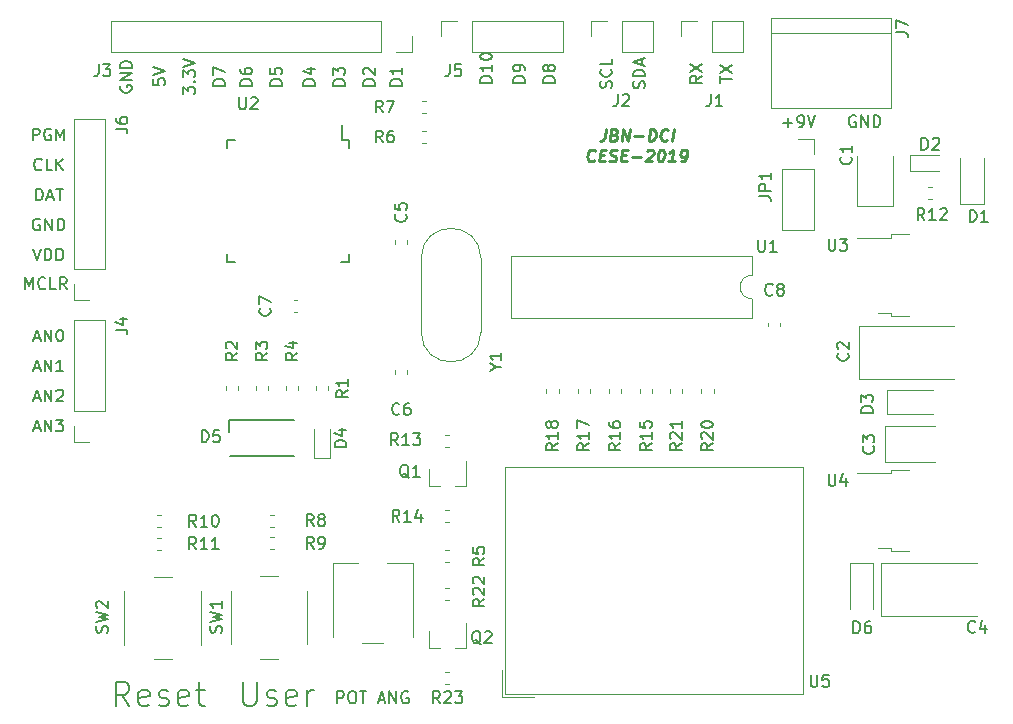
<source format=gbr>
G04 #@! TF.GenerationSoftware,KiCad,Pcbnew,(5.1.2)-1*
G04 #@! TF.CreationDate,2019-06-29T15:08:14-05:00*
G04 #@! TF.ProjectId,TPDSI_1,54504453-495f-4312-9e6b-696361645f70,1.3*
G04 #@! TF.SameCoordinates,Original*
G04 #@! TF.FileFunction,Legend,Top*
G04 #@! TF.FilePolarity,Positive*
%FSLAX46Y46*%
G04 Gerber Fmt 4.6, Leading zero omitted, Abs format (unit mm)*
G04 Created by KiCad (PCBNEW (5.1.2)-1) date 2019-06-29 15:08:14*
%MOMM*%
%LPD*%
G04 APERTURE LIST*
%ADD10C,0.150000*%
%ADD11C,0.250000*%
%ADD12C,0.120000*%
G04 APERTURE END LIST*
D10*
X135176000Y-121102380D02*
X135176000Y-120102380D01*
X135556952Y-120102380D01*
X135652190Y-120150000D01*
X135699809Y-120197619D01*
X135747428Y-120292857D01*
X135747428Y-120435714D01*
X135699809Y-120530952D01*
X135652190Y-120578571D01*
X135556952Y-120626190D01*
X135176000Y-120626190D01*
X136366476Y-120102380D02*
X136556952Y-120102380D01*
X136652190Y-120150000D01*
X136747428Y-120245238D01*
X136795047Y-120435714D01*
X136795047Y-120769047D01*
X136747428Y-120959523D01*
X136652190Y-121054761D01*
X136556952Y-121102380D01*
X136366476Y-121102380D01*
X136271238Y-121054761D01*
X136176000Y-120959523D01*
X136128380Y-120769047D01*
X136128380Y-120435714D01*
X136176000Y-120245238D01*
X136271238Y-120150000D01*
X136366476Y-120102380D01*
X137080761Y-120102380D02*
X137652190Y-120102380D01*
X137366476Y-121102380D02*
X137366476Y-120102380D01*
X138699809Y-120816666D02*
X139176000Y-120816666D01*
X138604571Y-121102380D02*
X138937904Y-120102380D01*
X139271238Y-121102380D01*
X139604571Y-121102380D02*
X139604571Y-120102380D01*
X140176000Y-121102380D01*
X140176000Y-120102380D01*
X141176000Y-120150000D02*
X141080761Y-120102380D01*
X140937904Y-120102380D01*
X140795047Y-120150000D01*
X140699809Y-120245238D01*
X140652190Y-120340476D01*
X140604571Y-120530952D01*
X140604571Y-120673809D01*
X140652190Y-120864285D01*
X140699809Y-120959523D01*
X140795047Y-121054761D01*
X140937904Y-121102380D01*
X141033142Y-121102380D01*
X141176000Y-121054761D01*
X141223619Y-121007142D01*
X141223619Y-120673809D01*
X141033142Y-120673809D01*
X179070095Y-71382000D02*
X178974857Y-71334380D01*
X178832000Y-71334380D01*
X178689142Y-71382000D01*
X178593904Y-71477238D01*
X178546285Y-71572476D01*
X178498666Y-71762952D01*
X178498666Y-71905809D01*
X178546285Y-72096285D01*
X178593904Y-72191523D01*
X178689142Y-72286761D01*
X178832000Y-72334380D01*
X178927238Y-72334380D01*
X179070095Y-72286761D01*
X179117714Y-72239142D01*
X179117714Y-71905809D01*
X178927238Y-71905809D01*
X179546285Y-72334380D02*
X179546285Y-71334380D01*
X180117714Y-72334380D01*
X180117714Y-71334380D01*
X180593904Y-72334380D02*
X180593904Y-71334380D01*
X180832000Y-71334380D01*
X180974857Y-71382000D01*
X181070095Y-71477238D01*
X181117714Y-71572476D01*
X181165333Y-71762952D01*
X181165333Y-71905809D01*
X181117714Y-72096285D01*
X181070095Y-72191523D01*
X180974857Y-72286761D01*
X180832000Y-72334380D01*
X180593904Y-72334380D01*
X172958285Y-71953428D02*
X173720190Y-71953428D01*
X173339238Y-72334380D02*
X173339238Y-71572476D01*
X174244000Y-72334380D02*
X174434476Y-72334380D01*
X174529714Y-72286761D01*
X174577333Y-72239142D01*
X174672571Y-72096285D01*
X174720190Y-71905809D01*
X174720190Y-71524857D01*
X174672571Y-71429619D01*
X174624952Y-71382000D01*
X174529714Y-71334380D01*
X174339238Y-71334380D01*
X174244000Y-71382000D01*
X174196380Y-71429619D01*
X174148761Y-71524857D01*
X174148761Y-71762952D01*
X174196380Y-71858190D01*
X174244000Y-71905809D01*
X174339238Y-71953428D01*
X174529714Y-71953428D01*
X174624952Y-71905809D01*
X174672571Y-71858190D01*
X174720190Y-71762952D01*
X175005904Y-71334380D02*
X175339238Y-72334380D01*
X175672571Y-71334380D01*
X167600380Y-68579904D02*
X167600380Y-68008476D01*
X168600380Y-68294190D02*
X167600380Y-68294190D01*
X167600380Y-67770380D02*
X168600380Y-67103714D01*
X167600380Y-67103714D02*
X168600380Y-67770380D01*
X166060380Y-67984666D02*
X165584190Y-68318000D01*
X166060380Y-68556095D02*
X165060380Y-68556095D01*
X165060380Y-68175142D01*
X165108000Y-68079904D01*
X165155619Y-68032285D01*
X165250857Y-67984666D01*
X165393714Y-67984666D01*
X165488952Y-68032285D01*
X165536571Y-68079904D01*
X165584190Y-68175142D01*
X165584190Y-68556095D01*
X165060380Y-67651333D02*
X166060380Y-66984666D01*
X165060380Y-66984666D02*
X166060380Y-67651333D01*
X161186761Y-69032285D02*
X161234380Y-68889428D01*
X161234380Y-68651333D01*
X161186761Y-68556095D01*
X161139142Y-68508476D01*
X161043904Y-68460857D01*
X160948666Y-68460857D01*
X160853428Y-68508476D01*
X160805809Y-68556095D01*
X160758190Y-68651333D01*
X160710571Y-68841809D01*
X160662952Y-68937047D01*
X160615333Y-68984666D01*
X160520095Y-69032285D01*
X160424857Y-69032285D01*
X160329619Y-68984666D01*
X160282000Y-68937047D01*
X160234380Y-68841809D01*
X160234380Y-68603714D01*
X160282000Y-68460857D01*
X161234380Y-68032285D02*
X160234380Y-68032285D01*
X160234380Y-67794190D01*
X160282000Y-67651333D01*
X160377238Y-67556095D01*
X160472476Y-67508476D01*
X160662952Y-67460857D01*
X160805809Y-67460857D01*
X160996285Y-67508476D01*
X161091523Y-67556095D01*
X161186761Y-67651333D01*
X161234380Y-67794190D01*
X161234380Y-68032285D01*
X160948666Y-67079904D02*
X160948666Y-66603714D01*
X161234380Y-67175142D02*
X160234380Y-66841809D01*
X161234380Y-66508476D01*
X158392761Y-69008476D02*
X158440380Y-68865619D01*
X158440380Y-68627523D01*
X158392761Y-68532285D01*
X158345142Y-68484666D01*
X158249904Y-68437047D01*
X158154666Y-68437047D01*
X158059428Y-68484666D01*
X158011809Y-68532285D01*
X157964190Y-68627523D01*
X157916571Y-68818000D01*
X157868952Y-68913238D01*
X157821333Y-68960857D01*
X157726095Y-69008476D01*
X157630857Y-69008476D01*
X157535619Y-68960857D01*
X157488000Y-68913238D01*
X157440380Y-68818000D01*
X157440380Y-68579904D01*
X157488000Y-68437047D01*
X158345142Y-67437047D02*
X158392761Y-67484666D01*
X158440380Y-67627523D01*
X158440380Y-67722761D01*
X158392761Y-67865619D01*
X158297523Y-67960857D01*
X158202285Y-68008476D01*
X158011809Y-68056095D01*
X157868952Y-68056095D01*
X157678476Y-68008476D01*
X157583238Y-67960857D01*
X157488000Y-67865619D01*
X157440380Y-67722761D01*
X157440380Y-67627523D01*
X157488000Y-67484666D01*
X157535619Y-67437047D01*
X158440380Y-66532285D02*
X158440380Y-67008476D01*
X157440380Y-67008476D01*
X153614380Y-68556095D02*
X152614380Y-68556095D01*
X152614380Y-68318000D01*
X152662000Y-68175142D01*
X152757238Y-68079904D01*
X152852476Y-68032285D01*
X153042952Y-67984666D01*
X153185809Y-67984666D01*
X153376285Y-68032285D01*
X153471523Y-68079904D01*
X153566761Y-68175142D01*
X153614380Y-68318000D01*
X153614380Y-68556095D01*
X153042952Y-67413238D02*
X152995333Y-67508476D01*
X152947714Y-67556095D01*
X152852476Y-67603714D01*
X152804857Y-67603714D01*
X152709619Y-67556095D01*
X152662000Y-67508476D01*
X152614380Y-67413238D01*
X152614380Y-67222761D01*
X152662000Y-67127523D01*
X152709619Y-67079904D01*
X152804857Y-67032285D01*
X152852476Y-67032285D01*
X152947714Y-67079904D01*
X152995333Y-67127523D01*
X153042952Y-67222761D01*
X153042952Y-67413238D01*
X153090571Y-67508476D01*
X153138190Y-67556095D01*
X153233428Y-67603714D01*
X153423904Y-67603714D01*
X153519142Y-67556095D01*
X153566761Y-67508476D01*
X153614380Y-67413238D01*
X153614380Y-67222761D01*
X153566761Y-67127523D01*
X153519142Y-67079904D01*
X153423904Y-67032285D01*
X153233428Y-67032285D01*
X153138190Y-67079904D01*
X153090571Y-67127523D01*
X153042952Y-67222761D01*
X151074380Y-68556095D02*
X150074380Y-68556095D01*
X150074380Y-68318000D01*
X150122000Y-68175142D01*
X150217238Y-68079904D01*
X150312476Y-68032285D01*
X150502952Y-67984666D01*
X150645809Y-67984666D01*
X150836285Y-68032285D01*
X150931523Y-68079904D01*
X151026761Y-68175142D01*
X151074380Y-68318000D01*
X151074380Y-68556095D01*
X151074380Y-67508476D02*
X151074380Y-67318000D01*
X151026761Y-67222761D01*
X150979142Y-67175142D01*
X150836285Y-67079904D01*
X150645809Y-67032285D01*
X150264857Y-67032285D01*
X150169619Y-67079904D01*
X150122000Y-67127523D01*
X150074380Y-67222761D01*
X150074380Y-67413238D01*
X150122000Y-67508476D01*
X150169619Y-67556095D01*
X150264857Y-67603714D01*
X150502952Y-67603714D01*
X150598190Y-67556095D01*
X150645809Y-67508476D01*
X150693428Y-67413238D01*
X150693428Y-67222761D01*
X150645809Y-67127523D01*
X150598190Y-67079904D01*
X150502952Y-67032285D01*
X148280380Y-68556094D02*
X147280380Y-68556094D01*
X147280380Y-68317999D01*
X147328000Y-68175142D01*
X147423238Y-68079904D01*
X147518476Y-68032285D01*
X147708952Y-67984666D01*
X147851809Y-67984666D01*
X148042285Y-68032285D01*
X148137523Y-68079904D01*
X148232761Y-68175142D01*
X148280380Y-68317999D01*
X148280380Y-68556094D01*
X148280380Y-67032285D02*
X148280380Y-67603713D01*
X148280380Y-67317999D02*
X147280380Y-67317999D01*
X147423238Y-67413237D01*
X147518476Y-67508475D01*
X147566095Y-67603713D01*
X147280380Y-66413237D02*
X147280380Y-66317999D01*
X147328000Y-66222761D01*
X147375619Y-66175142D01*
X147470857Y-66127523D01*
X147661333Y-66079904D01*
X147899428Y-66079904D01*
X148089904Y-66127523D01*
X148185142Y-66175142D01*
X148232761Y-66222761D01*
X148280380Y-66317999D01*
X148280380Y-66413237D01*
X148232761Y-66508475D01*
X148185142Y-66556094D01*
X148089904Y-66603713D01*
X147899428Y-66651332D01*
X147661333Y-66651332D01*
X147470857Y-66603713D01*
X147375619Y-66556094D01*
X147328000Y-66508475D01*
X147280380Y-66413237D01*
X140660380Y-68810095D02*
X139660380Y-68810095D01*
X139660380Y-68572000D01*
X139708000Y-68429142D01*
X139803238Y-68333904D01*
X139898476Y-68286285D01*
X140088952Y-68238666D01*
X140231809Y-68238666D01*
X140422285Y-68286285D01*
X140517523Y-68333904D01*
X140612761Y-68429142D01*
X140660380Y-68572000D01*
X140660380Y-68810095D01*
X140660380Y-67286285D02*
X140660380Y-67857714D01*
X140660380Y-67572000D02*
X139660380Y-67572000D01*
X139803238Y-67667238D01*
X139898476Y-67762476D01*
X139946095Y-67857714D01*
X138374380Y-68810095D02*
X137374380Y-68810095D01*
X137374380Y-68572000D01*
X137422000Y-68429142D01*
X137517238Y-68333904D01*
X137612476Y-68286285D01*
X137802952Y-68238666D01*
X137945809Y-68238666D01*
X138136285Y-68286285D01*
X138231523Y-68333904D01*
X138326761Y-68429142D01*
X138374380Y-68572000D01*
X138374380Y-68810095D01*
X137469619Y-67857714D02*
X137422000Y-67810095D01*
X137374380Y-67714857D01*
X137374380Y-67476761D01*
X137422000Y-67381523D01*
X137469619Y-67333904D01*
X137564857Y-67286285D01*
X137660095Y-67286285D01*
X137802952Y-67333904D01*
X138374380Y-67905333D01*
X138374380Y-67286285D01*
X135834380Y-68810095D02*
X134834380Y-68810095D01*
X134834380Y-68572000D01*
X134882000Y-68429142D01*
X134977238Y-68333904D01*
X135072476Y-68286285D01*
X135262952Y-68238666D01*
X135405809Y-68238666D01*
X135596285Y-68286285D01*
X135691523Y-68333904D01*
X135786761Y-68429142D01*
X135834380Y-68572000D01*
X135834380Y-68810095D01*
X134834380Y-67905333D02*
X134834380Y-67286285D01*
X135215333Y-67619619D01*
X135215333Y-67476761D01*
X135262952Y-67381523D01*
X135310571Y-67333904D01*
X135405809Y-67286285D01*
X135643904Y-67286285D01*
X135739142Y-67333904D01*
X135786761Y-67381523D01*
X135834380Y-67476761D01*
X135834380Y-67762476D01*
X135786761Y-67857714D01*
X135739142Y-67905333D01*
X133294380Y-68810095D02*
X132294380Y-68810095D01*
X132294380Y-68572000D01*
X132342000Y-68429142D01*
X132437238Y-68333904D01*
X132532476Y-68286285D01*
X132722952Y-68238666D01*
X132865809Y-68238666D01*
X133056285Y-68286285D01*
X133151523Y-68333904D01*
X133246761Y-68429142D01*
X133294380Y-68572000D01*
X133294380Y-68810095D01*
X132627714Y-67381523D02*
X133294380Y-67381523D01*
X132246761Y-67619619D02*
X132961047Y-67857714D01*
X132961047Y-67238666D01*
X130500380Y-68810095D02*
X129500380Y-68810095D01*
X129500380Y-68572000D01*
X129548000Y-68429142D01*
X129643238Y-68333904D01*
X129738476Y-68286285D01*
X129928952Y-68238666D01*
X130071809Y-68238666D01*
X130262285Y-68286285D01*
X130357523Y-68333904D01*
X130452761Y-68429142D01*
X130500380Y-68572000D01*
X130500380Y-68810095D01*
X129500380Y-67333904D02*
X129500380Y-67810095D01*
X129976571Y-67857714D01*
X129928952Y-67810095D01*
X129881333Y-67714857D01*
X129881333Y-67476761D01*
X129928952Y-67381523D01*
X129976571Y-67333904D01*
X130071809Y-67286285D01*
X130309904Y-67286285D01*
X130405142Y-67333904D01*
X130452761Y-67381523D01*
X130500380Y-67476761D01*
X130500380Y-67714857D01*
X130452761Y-67810095D01*
X130405142Y-67857714D01*
X127960380Y-68810095D02*
X126960380Y-68810095D01*
X126960380Y-68572000D01*
X127008000Y-68429142D01*
X127103238Y-68333904D01*
X127198476Y-68286285D01*
X127388952Y-68238666D01*
X127531809Y-68238666D01*
X127722285Y-68286285D01*
X127817523Y-68333904D01*
X127912761Y-68429142D01*
X127960380Y-68572000D01*
X127960380Y-68810095D01*
X126960380Y-67381523D02*
X126960380Y-67572000D01*
X127008000Y-67667238D01*
X127055619Y-67714857D01*
X127198476Y-67810095D01*
X127388952Y-67857714D01*
X127769904Y-67857714D01*
X127865142Y-67810095D01*
X127912761Y-67762476D01*
X127960380Y-67667238D01*
X127960380Y-67476761D01*
X127912761Y-67381523D01*
X127865142Y-67333904D01*
X127769904Y-67286285D01*
X127531809Y-67286285D01*
X127436571Y-67333904D01*
X127388952Y-67381523D01*
X127341333Y-67476761D01*
X127341333Y-67667238D01*
X127388952Y-67762476D01*
X127436571Y-67810095D01*
X127531809Y-67857714D01*
X125674380Y-68810095D02*
X124674380Y-68810095D01*
X124674380Y-68572000D01*
X124722000Y-68429142D01*
X124817238Y-68333904D01*
X124912476Y-68286285D01*
X125102952Y-68238666D01*
X125245809Y-68238666D01*
X125436285Y-68286285D01*
X125531523Y-68333904D01*
X125626761Y-68429142D01*
X125674380Y-68572000D01*
X125674380Y-68810095D01*
X124674380Y-67905333D02*
X124674380Y-67238666D01*
X125674380Y-67667238D01*
X122134380Y-69548190D02*
X122134380Y-68929142D01*
X122515333Y-69262476D01*
X122515333Y-69119619D01*
X122562952Y-69024380D01*
X122610571Y-68976761D01*
X122705809Y-68929142D01*
X122943904Y-68929142D01*
X123039142Y-68976761D01*
X123086761Y-69024380D01*
X123134380Y-69119619D01*
X123134380Y-69405333D01*
X123086761Y-69500571D01*
X123039142Y-69548190D01*
X123039142Y-68500571D02*
X123086761Y-68452952D01*
X123134380Y-68500571D01*
X123086761Y-68548190D01*
X123039142Y-68500571D01*
X123134380Y-68500571D01*
X122134380Y-68119619D02*
X122134380Y-67500571D01*
X122515333Y-67833904D01*
X122515333Y-67691047D01*
X122562952Y-67595809D01*
X122610571Y-67548190D01*
X122705809Y-67500571D01*
X122943904Y-67500571D01*
X123039142Y-67548190D01*
X123086761Y-67595809D01*
X123134380Y-67691047D01*
X123134380Y-67976761D01*
X123086761Y-68072000D01*
X123039142Y-68119619D01*
X122134380Y-67214857D02*
X123134380Y-66881523D01*
X122134380Y-66548190D01*
X119594380Y-68262476D02*
X119594380Y-68738666D01*
X120070571Y-68786285D01*
X120022952Y-68738666D01*
X119975333Y-68643428D01*
X119975333Y-68405333D01*
X120022952Y-68310095D01*
X120070571Y-68262476D01*
X120165809Y-68214857D01*
X120403904Y-68214857D01*
X120499142Y-68262476D01*
X120546761Y-68310095D01*
X120594380Y-68405333D01*
X120594380Y-68643428D01*
X120546761Y-68738666D01*
X120499142Y-68786285D01*
X119594380Y-67929142D02*
X120594380Y-67595809D01*
X119594380Y-67262476D01*
X116848000Y-68833904D02*
X116800380Y-68929142D01*
X116800380Y-69072000D01*
X116848000Y-69214857D01*
X116943238Y-69310095D01*
X117038476Y-69357714D01*
X117228952Y-69405333D01*
X117371809Y-69405333D01*
X117562285Y-69357714D01*
X117657523Y-69310095D01*
X117752761Y-69214857D01*
X117800380Y-69072000D01*
X117800380Y-68976761D01*
X117752761Y-68833904D01*
X117705142Y-68786285D01*
X117371809Y-68786285D01*
X117371809Y-68976761D01*
X117800380Y-68357714D02*
X116800380Y-68357714D01*
X117800380Y-67786285D01*
X116800380Y-67786285D01*
X117800380Y-67310095D02*
X116800380Y-67310095D01*
X116800380Y-67072000D01*
X116848000Y-66929142D01*
X116943238Y-66833904D01*
X117038476Y-66786285D01*
X117228952Y-66738666D01*
X117371809Y-66738666D01*
X117562285Y-66786285D01*
X117657523Y-66833904D01*
X117752761Y-66929142D01*
X117800380Y-67072000D01*
X117800380Y-67310095D01*
X109505904Y-97804666D02*
X109982095Y-97804666D01*
X109410666Y-98090380D02*
X109744000Y-97090380D01*
X110077333Y-98090380D01*
X110410666Y-98090380D02*
X110410666Y-97090380D01*
X110982095Y-98090380D01*
X110982095Y-97090380D01*
X111363047Y-97090380D02*
X111982095Y-97090380D01*
X111648761Y-97471333D01*
X111791619Y-97471333D01*
X111886857Y-97518952D01*
X111934476Y-97566571D01*
X111982095Y-97661809D01*
X111982095Y-97899904D01*
X111934476Y-97995142D01*
X111886857Y-98042761D01*
X111791619Y-98090380D01*
X111505904Y-98090380D01*
X111410666Y-98042761D01*
X111363047Y-97995142D01*
X109505904Y-95264666D02*
X109982095Y-95264666D01*
X109410666Y-95550380D02*
X109744000Y-94550380D01*
X110077333Y-95550380D01*
X110410666Y-95550380D02*
X110410666Y-94550380D01*
X110982095Y-95550380D01*
X110982095Y-94550380D01*
X111410666Y-94645619D02*
X111458285Y-94598000D01*
X111553523Y-94550380D01*
X111791619Y-94550380D01*
X111886857Y-94598000D01*
X111934476Y-94645619D01*
X111982095Y-94740857D01*
X111982095Y-94836095D01*
X111934476Y-94978952D01*
X111363047Y-95550380D01*
X111982095Y-95550380D01*
X109505904Y-92724666D02*
X109982095Y-92724666D01*
X109410666Y-93010380D02*
X109744000Y-92010380D01*
X110077333Y-93010380D01*
X110410666Y-93010380D02*
X110410666Y-92010380D01*
X110982095Y-93010380D01*
X110982095Y-92010380D01*
X111982095Y-93010380D02*
X111410666Y-93010380D01*
X111696380Y-93010380D02*
X111696380Y-92010380D01*
X111601142Y-92153238D01*
X111505904Y-92248476D01*
X111410666Y-92296095D01*
X109505904Y-90184666D02*
X109982095Y-90184666D01*
X109410666Y-90470380D02*
X109744000Y-89470380D01*
X110077333Y-90470380D01*
X110410666Y-90470380D02*
X110410666Y-89470380D01*
X110982095Y-90470380D01*
X110982095Y-89470380D01*
X111648761Y-89470380D02*
X111744000Y-89470380D01*
X111839238Y-89518000D01*
X111886857Y-89565619D01*
X111934476Y-89660857D01*
X111982095Y-89851333D01*
X111982095Y-90089428D01*
X111934476Y-90279904D01*
X111886857Y-90375142D01*
X111839238Y-90422761D01*
X111744000Y-90470380D01*
X111648761Y-90470380D01*
X111553523Y-90422761D01*
X111505904Y-90375142D01*
X111458285Y-90279904D01*
X111410666Y-90089428D01*
X111410666Y-89851333D01*
X111458285Y-89660857D01*
X111505904Y-89565619D01*
X111553523Y-89518000D01*
X111648761Y-89470380D01*
X108751904Y-86050380D02*
X108751904Y-85050380D01*
X109085238Y-85764666D01*
X109418571Y-85050380D01*
X109418571Y-86050380D01*
X110466190Y-85955142D02*
X110418571Y-86002761D01*
X110275714Y-86050380D01*
X110180476Y-86050380D01*
X110037619Y-86002761D01*
X109942380Y-85907523D01*
X109894761Y-85812285D01*
X109847142Y-85621809D01*
X109847142Y-85478952D01*
X109894761Y-85288476D01*
X109942380Y-85193238D01*
X110037619Y-85098000D01*
X110180476Y-85050380D01*
X110275714Y-85050380D01*
X110418571Y-85098000D01*
X110466190Y-85145619D01*
X111370952Y-86050380D02*
X110894761Y-86050380D01*
X110894761Y-85050380D01*
X112275714Y-86050380D02*
X111942380Y-85574190D01*
X111704285Y-86050380D02*
X111704285Y-85050380D01*
X112085238Y-85050380D01*
X112180476Y-85098000D01*
X112228095Y-85145619D01*
X112275714Y-85240857D01*
X112275714Y-85383714D01*
X112228095Y-85478952D01*
X112180476Y-85526571D01*
X112085238Y-85574190D01*
X111704285Y-85574190D01*
X109410666Y-82612380D02*
X109744000Y-83612380D01*
X110077333Y-82612380D01*
X110410666Y-83612380D02*
X110410666Y-82612380D01*
X110648761Y-82612380D01*
X110791619Y-82660000D01*
X110886857Y-82755238D01*
X110934476Y-82850476D01*
X110982095Y-83040952D01*
X110982095Y-83183809D01*
X110934476Y-83374285D01*
X110886857Y-83469523D01*
X110791619Y-83564761D01*
X110648761Y-83612380D01*
X110410666Y-83612380D01*
X111410666Y-83612380D02*
X111410666Y-82612380D01*
X111648761Y-82612380D01*
X111791619Y-82660000D01*
X111886857Y-82755238D01*
X111934476Y-82850476D01*
X111982095Y-83040952D01*
X111982095Y-83183809D01*
X111934476Y-83374285D01*
X111886857Y-83469523D01*
X111791619Y-83564761D01*
X111648761Y-83612380D01*
X111410666Y-83612380D01*
X109982095Y-80120000D02*
X109886857Y-80072380D01*
X109744000Y-80072380D01*
X109601142Y-80120000D01*
X109505904Y-80215238D01*
X109458285Y-80310476D01*
X109410666Y-80500952D01*
X109410666Y-80643809D01*
X109458285Y-80834285D01*
X109505904Y-80929523D01*
X109601142Y-81024761D01*
X109744000Y-81072380D01*
X109839238Y-81072380D01*
X109982095Y-81024761D01*
X110029714Y-80977142D01*
X110029714Y-80643809D01*
X109839238Y-80643809D01*
X110458285Y-81072380D02*
X110458285Y-80072380D01*
X111029714Y-81072380D01*
X111029714Y-80072380D01*
X111505904Y-81072380D02*
X111505904Y-80072380D01*
X111744000Y-80072380D01*
X111886857Y-80120000D01*
X111982095Y-80215238D01*
X112029714Y-80310476D01*
X112077333Y-80500952D01*
X112077333Y-80643809D01*
X112029714Y-80834285D01*
X111982095Y-80929523D01*
X111886857Y-81024761D01*
X111744000Y-81072380D01*
X111505904Y-81072380D01*
X109672571Y-78532380D02*
X109672571Y-77532380D01*
X109910666Y-77532380D01*
X110053523Y-77580000D01*
X110148761Y-77675238D01*
X110196380Y-77770476D01*
X110244000Y-77960952D01*
X110244000Y-78103809D01*
X110196380Y-78294285D01*
X110148761Y-78389523D01*
X110053523Y-78484761D01*
X109910666Y-78532380D01*
X109672571Y-78532380D01*
X110624952Y-78246666D02*
X111101142Y-78246666D01*
X110529714Y-78532380D02*
X110863047Y-77532380D01*
X111196380Y-78532380D01*
X111386857Y-77532380D02*
X111958285Y-77532380D01*
X111672571Y-78532380D02*
X111672571Y-77532380D01*
X110148761Y-75897142D02*
X110101142Y-75944761D01*
X109958285Y-75992380D01*
X109863047Y-75992380D01*
X109720190Y-75944761D01*
X109624952Y-75849523D01*
X109577333Y-75754285D01*
X109529714Y-75563809D01*
X109529714Y-75420952D01*
X109577333Y-75230476D01*
X109624952Y-75135238D01*
X109720190Y-75040000D01*
X109863047Y-74992380D01*
X109958285Y-74992380D01*
X110101142Y-75040000D01*
X110148761Y-75087619D01*
X111053523Y-75992380D02*
X110577333Y-75992380D01*
X110577333Y-74992380D01*
X111386857Y-75992380D02*
X111386857Y-74992380D01*
X111958285Y-75992380D02*
X111529714Y-75420952D01*
X111958285Y-74992380D02*
X111386857Y-75563809D01*
X109410666Y-73452380D02*
X109410666Y-72452380D01*
X109791619Y-72452380D01*
X109886857Y-72500000D01*
X109934476Y-72547619D01*
X109982095Y-72642857D01*
X109982095Y-72785714D01*
X109934476Y-72880952D01*
X109886857Y-72928571D01*
X109791619Y-72976190D01*
X109410666Y-72976190D01*
X110934476Y-72500000D02*
X110839238Y-72452380D01*
X110696380Y-72452380D01*
X110553523Y-72500000D01*
X110458285Y-72595238D01*
X110410666Y-72690476D01*
X110363047Y-72880952D01*
X110363047Y-73023809D01*
X110410666Y-73214285D01*
X110458285Y-73309523D01*
X110553523Y-73404761D01*
X110696380Y-73452380D01*
X110791619Y-73452380D01*
X110934476Y-73404761D01*
X110982095Y-73357142D01*
X110982095Y-73023809D01*
X110791619Y-73023809D01*
X111410666Y-73452380D02*
X111410666Y-72452380D01*
X111744000Y-73166666D01*
X112077333Y-72452380D01*
X112077333Y-73452380D01*
D11*
X157908394Y-72491380D02*
X157819108Y-73205666D01*
X157753632Y-73348523D01*
X157646489Y-73443761D01*
X157497680Y-73491380D01*
X157402442Y-73491380D01*
X158658394Y-72967571D02*
X158795299Y-73015190D01*
X158836966Y-73062809D01*
X158872680Y-73158047D01*
X158854823Y-73300904D01*
X158795299Y-73396142D01*
X158741727Y-73443761D01*
X158640537Y-73491380D01*
X158259585Y-73491380D01*
X158384585Y-72491380D01*
X158717918Y-72491380D01*
X158807204Y-72539000D01*
X158848870Y-72586619D01*
X158884585Y-72681857D01*
X158872680Y-72777095D01*
X158813156Y-72872333D01*
X158759585Y-72919952D01*
X158658394Y-72967571D01*
X158325061Y-72967571D01*
X159259585Y-73491380D02*
X159384585Y-72491380D01*
X159831013Y-73491380D01*
X159956013Y-72491380D01*
X160354823Y-73110428D02*
X161116727Y-73110428D01*
X161545299Y-73491380D02*
X161670299Y-72491380D01*
X161908394Y-72491380D01*
X162045299Y-72539000D01*
X162128632Y-72634238D01*
X162164347Y-72729476D01*
X162188156Y-72919952D01*
X162170299Y-73062809D01*
X162098870Y-73253285D01*
X162039347Y-73348523D01*
X161932204Y-73443761D01*
X161783394Y-73491380D01*
X161545299Y-73491380D01*
X163128632Y-73396142D02*
X163075061Y-73443761D01*
X162926251Y-73491380D01*
X162831013Y-73491380D01*
X162694108Y-73443761D01*
X162610775Y-73348523D01*
X162575061Y-73253285D01*
X162551251Y-73062809D01*
X162569108Y-72919952D01*
X162640537Y-72729476D01*
X162700061Y-72634238D01*
X162807204Y-72539000D01*
X162956013Y-72491380D01*
X163051251Y-72491380D01*
X163188156Y-72539000D01*
X163229823Y-72586619D01*
X163545299Y-73491380D02*
X163670299Y-72491380D01*
X156938156Y-75146142D02*
X156884585Y-75193761D01*
X156735775Y-75241380D01*
X156640537Y-75241380D01*
X156503632Y-75193761D01*
X156420299Y-75098523D01*
X156384585Y-75003285D01*
X156360775Y-74812809D01*
X156378632Y-74669952D01*
X156450061Y-74479476D01*
X156509585Y-74384238D01*
X156616727Y-74289000D01*
X156765537Y-74241380D01*
X156860775Y-74241380D01*
X156997680Y-74289000D01*
X157039347Y-74336619D01*
X157420299Y-74717571D02*
X157753632Y-74717571D01*
X157831013Y-75241380D02*
X157354823Y-75241380D01*
X157479823Y-74241380D01*
X157956013Y-74241380D01*
X158217918Y-75193761D02*
X158354823Y-75241380D01*
X158592918Y-75241380D01*
X158694108Y-75193761D01*
X158747680Y-75146142D01*
X158807204Y-75050904D01*
X158819108Y-74955666D01*
X158783394Y-74860428D01*
X158741727Y-74812809D01*
X158652442Y-74765190D01*
X158467918Y-74717571D01*
X158378632Y-74669952D01*
X158336966Y-74622333D01*
X158301251Y-74527095D01*
X158313156Y-74431857D01*
X158372680Y-74336619D01*
X158426251Y-74289000D01*
X158527442Y-74241380D01*
X158765537Y-74241380D01*
X158902442Y-74289000D01*
X159277442Y-74717571D02*
X159610775Y-74717571D01*
X159688156Y-75241380D02*
X159211966Y-75241380D01*
X159336966Y-74241380D01*
X159813156Y-74241380D01*
X160164347Y-74860428D02*
X160926251Y-74860428D01*
X161420299Y-74336619D02*
X161473870Y-74289000D01*
X161575061Y-74241380D01*
X161813156Y-74241380D01*
X161902442Y-74289000D01*
X161944108Y-74336619D01*
X161979823Y-74431857D01*
X161967918Y-74527095D01*
X161902442Y-74669952D01*
X161259585Y-75241380D01*
X161878632Y-75241380D01*
X162622680Y-74241380D02*
X162717918Y-74241380D01*
X162807204Y-74289000D01*
X162848870Y-74336619D01*
X162884585Y-74431857D01*
X162908394Y-74622333D01*
X162878632Y-74860428D01*
X162807204Y-75050904D01*
X162747680Y-75146142D01*
X162694108Y-75193761D01*
X162592918Y-75241380D01*
X162497680Y-75241380D01*
X162408394Y-75193761D01*
X162366727Y-75146142D01*
X162331013Y-75050904D01*
X162307204Y-74860428D01*
X162336966Y-74622333D01*
X162408394Y-74431857D01*
X162467918Y-74336619D01*
X162521489Y-74289000D01*
X162622680Y-74241380D01*
X163783394Y-75241380D02*
X163211966Y-75241380D01*
X163497680Y-75241380D02*
X163622680Y-74241380D01*
X163509585Y-74384238D01*
X163402442Y-74479476D01*
X163301251Y-74527095D01*
X164259585Y-75241380D02*
X164450061Y-75241380D01*
X164551251Y-75193761D01*
X164604823Y-75146142D01*
X164717918Y-75003285D01*
X164789347Y-74812809D01*
X164836966Y-74431857D01*
X164801251Y-74336619D01*
X164759585Y-74289000D01*
X164670299Y-74241380D01*
X164479823Y-74241380D01*
X164378632Y-74289000D01*
X164325061Y-74336619D01*
X164265537Y-74431857D01*
X164235775Y-74669952D01*
X164271489Y-74765190D01*
X164313156Y-74812809D01*
X164402442Y-74860428D01*
X164592918Y-74860428D01*
X164694108Y-74812809D01*
X164747680Y-74765190D01*
X164807204Y-74669952D01*
D10*
X127208857Y-119332761D02*
X127208857Y-120951809D01*
X127304095Y-121142285D01*
X127399333Y-121237523D01*
X127589809Y-121332761D01*
X127970761Y-121332761D01*
X128161238Y-121237523D01*
X128256476Y-121142285D01*
X128351714Y-120951809D01*
X128351714Y-119332761D01*
X129208857Y-121237523D02*
X129399333Y-121332761D01*
X129780285Y-121332761D01*
X129970761Y-121237523D01*
X130066000Y-121047047D01*
X130066000Y-120951809D01*
X129970761Y-120761333D01*
X129780285Y-120666095D01*
X129494571Y-120666095D01*
X129304095Y-120570857D01*
X129208857Y-120380380D01*
X129208857Y-120285142D01*
X129304095Y-120094666D01*
X129494571Y-119999428D01*
X129780285Y-119999428D01*
X129970761Y-120094666D01*
X131685047Y-121237523D02*
X131494571Y-121332761D01*
X131113619Y-121332761D01*
X130923142Y-121237523D01*
X130827904Y-121047047D01*
X130827904Y-120285142D01*
X130923142Y-120094666D01*
X131113619Y-119999428D01*
X131494571Y-119999428D01*
X131685047Y-120094666D01*
X131780285Y-120285142D01*
X131780285Y-120475619D01*
X130827904Y-120666095D01*
X132637428Y-121332761D02*
X132637428Y-119999428D01*
X132637428Y-120380380D02*
X132732666Y-120189904D01*
X132827904Y-120094666D01*
X133018380Y-119999428D01*
X133208857Y-119999428D01*
X117589809Y-121332761D02*
X116923142Y-120380380D01*
X116446952Y-121332761D02*
X116446952Y-119332761D01*
X117208857Y-119332761D01*
X117399333Y-119428000D01*
X117494571Y-119523238D01*
X117589809Y-119713714D01*
X117589809Y-119999428D01*
X117494571Y-120189904D01*
X117399333Y-120285142D01*
X117208857Y-120380380D01*
X116446952Y-120380380D01*
X119208857Y-121237523D02*
X119018380Y-121332761D01*
X118637428Y-121332761D01*
X118446952Y-121237523D01*
X118351714Y-121047047D01*
X118351714Y-120285142D01*
X118446952Y-120094666D01*
X118637428Y-119999428D01*
X119018380Y-119999428D01*
X119208857Y-120094666D01*
X119304095Y-120285142D01*
X119304095Y-120475619D01*
X118351714Y-120666095D01*
X120066000Y-121237523D02*
X120256476Y-121332761D01*
X120637428Y-121332761D01*
X120827904Y-121237523D01*
X120923142Y-121047047D01*
X120923142Y-120951809D01*
X120827904Y-120761333D01*
X120637428Y-120666095D01*
X120351714Y-120666095D01*
X120161238Y-120570857D01*
X120066000Y-120380380D01*
X120066000Y-120285142D01*
X120161238Y-120094666D01*
X120351714Y-119999428D01*
X120637428Y-119999428D01*
X120827904Y-120094666D01*
X122542190Y-121237523D02*
X122351714Y-121332761D01*
X121970761Y-121332761D01*
X121780285Y-121237523D01*
X121685047Y-121047047D01*
X121685047Y-120285142D01*
X121780285Y-120094666D01*
X121970761Y-119999428D01*
X122351714Y-119999428D01*
X122542190Y-120094666D01*
X122637428Y-120285142D01*
X122637428Y-120475619D01*
X121685047Y-120666095D01*
X123208857Y-119999428D02*
X123970761Y-119999428D01*
X123494571Y-119332761D02*
X123494571Y-121047047D01*
X123589809Y-121237523D01*
X123780285Y-121332761D01*
X123970761Y-121332761D01*
X136197000Y-73441000D02*
X135622000Y-73441000D01*
X136197000Y-83791000D02*
X135522000Y-83791000D01*
X125847000Y-83791000D02*
X126522000Y-83791000D01*
X125847000Y-73441000D02*
X126522000Y-73441000D01*
X136197000Y-73441000D02*
X136197000Y-74116000D01*
X125847000Y-73441000D02*
X125847000Y-74116000D01*
X125847000Y-83791000D02*
X125847000Y-83116000D01*
X136197000Y-83791000D02*
X136197000Y-83116000D01*
X135622000Y-73441000D02*
X135622000Y-72166000D01*
D12*
X182067200Y-63088000D02*
X171907200Y-63088000D01*
X182067200Y-70708000D02*
X182067200Y-63088000D01*
X171907200Y-70708000D02*
X182067200Y-70708000D01*
X171907200Y-63088000D02*
X171907200Y-70708000D01*
X171907200Y-64358000D02*
X182067200Y-64358000D01*
X149117000Y-120615000D02*
X149117000Y-118335000D01*
X149117000Y-120615000D02*
X151827000Y-120615000D01*
X149367000Y-120360000D02*
X149367000Y-101070000D01*
X149367000Y-101070000D02*
X174617000Y-101070000D01*
X174617000Y-101070000D02*
X174617000Y-120360000D01*
X174617000Y-120360000D02*
X149367000Y-120360000D01*
X138923000Y-63318000D02*
X138923000Y-65978000D01*
X138923000Y-63318000D02*
X116003000Y-63318000D01*
X116003000Y-63318000D02*
X116003000Y-65978000D01*
X138923000Y-65978000D02*
X116003000Y-65978000D01*
X141523000Y-65978000D02*
X140193000Y-65978000D01*
X141523000Y-64648000D02*
X141523000Y-65978000D01*
X182231000Y-79027500D02*
X182231000Y-74817500D01*
X179211000Y-79027500D02*
X182231000Y-79027500D01*
X179211000Y-74817500D02*
X179211000Y-79027500D01*
X139433000Y-109278000D02*
X141563000Y-109278000D01*
X134822000Y-109278000D02*
X136953000Y-109278000D01*
X137284000Y-116018000D02*
X139103000Y-116018000D01*
X141563000Y-115482000D02*
X141563000Y-109278000D01*
X134822000Y-115482000D02*
X134822000Y-109278000D01*
X179359000Y-93700000D02*
X187419000Y-93700000D01*
X179359000Y-89180000D02*
X179359000Y-93700000D01*
X187419000Y-89180000D02*
X179359000Y-89180000D01*
X185773000Y-97677000D02*
X181563000Y-97677000D01*
X181563000Y-97677000D02*
X181563000Y-100697000D01*
X181563000Y-100697000D02*
X185773000Y-100697000D01*
X189324000Y-109246000D02*
X181264000Y-109246000D01*
X181264000Y-109246000D02*
X181264000Y-113766000D01*
X181264000Y-113766000D02*
X189324000Y-113766000D01*
X140104400Y-82255579D02*
X140104400Y-81930021D01*
X141124400Y-82255579D02*
X141124400Y-81930021D01*
X141124400Y-93228379D02*
X141124400Y-92902821D01*
X140104400Y-93228379D02*
X140104400Y-92902821D01*
X131819779Y-86996000D02*
X131494221Y-86996000D01*
X131819779Y-88016000D02*
X131494221Y-88016000D01*
X171637000Y-89207779D02*
X171637000Y-88882221D01*
X172657000Y-89207779D02*
X172657000Y-88882221D01*
X187933000Y-78865000D02*
X189933000Y-78865000D01*
X189933000Y-78865000D02*
X189933000Y-74965000D01*
X187933000Y-78865000D02*
X187933000Y-74965000D01*
X186178000Y-74660000D02*
X183693000Y-74660000D01*
X183693000Y-74660000D02*
X183693000Y-76030000D01*
X183693000Y-76030000D02*
X186178000Y-76030000D01*
X181750500Y-94631000D02*
X181750500Y-96631000D01*
X181750500Y-96631000D02*
X185650500Y-96631000D01*
X181750500Y-94631000D02*
X185650500Y-94631000D01*
X134581000Y-100370500D02*
X134581000Y-97885500D01*
X133211000Y-100370500D02*
X134581000Y-100370500D01*
X133211000Y-97885500D02*
X133211000Y-100370500D01*
D10*
X131516000Y-100155500D02*
X126116000Y-100155500D01*
X131516000Y-97155500D02*
X126016000Y-97155500D01*
X126016000Y-98155500D02*
X126016000Y-97155500D01*
D12*
X180578000Y-109206000D02*
X180578000Y-113106000D01*
X178578000Y-109206000D02*
X178578000Y-113106000D01*
X180578000Y-109206000D02*
X178578000Y-109206000D01*
X164330500Y-64648000D02*
X164330500Y-63318000D01*
X164330500Y-63318000D02*
X165660500Y-63318000D01*
X166930500Y-63318000D02*
X169530500Y-63318000D01*
X169530500Y-65978000D02*
X169530500Y-63318000D01*
X166930500Y-65978000D02*
X169530500Y-65978000D01*
X166930500Y-65978000D02*
X166930500Y-63318000D01*
X159308000Y-65978000D02*
X159308000Y-63318000D01*
X159308000Y-65978000D02*
X161908000Y-65978000D01*
X161908000Y-65978000D02*
X161908000Y-63318000D01*
X159308000Y-63318000D02*
X161908000Y-63318000D01*
X156708000Y-63318000D02*
X158038000Y-63318000D01*
X156708000Y-64648000D02*
X156708000Y-63318000D01*
X114193000Y-98978000D02*
X112863000Y-98978000D01*
X112863000Y-98978000D02*
X112863000Y-97648000D01*
X112863000Y-96378000D02*
X112863000Y-88698000D01*
X115523000Y-88698000D02*
X112863000Y-88698000D01*
X115523000Y-96378000D02*
X115523000Y-88698000D01*
X115523000Y-96378000D02*
X112863000Y-96378000D01*
X146585500Y-65978000D02*
X146585500Y-63318000D01*
X146585500Y-65978000D02*
X154265500Y-65978000D01*
X154265500Y-65978000D02*
X154265500Y-63318000D01*
X146585500Y-63318000D02*
X154265500Y-63318000D01*
X143985500Y-63318000D02*
X145315500Y-63318000D01*
X143985500Y-64648000D02*
X143985500Y-63318000D01*
X115523000Y-84378000D02*
X112863000Y-84378000D01*
X115523000Y-84378000D02*
X115523000Y-71618000D01*
X115523000Y-71618000D02*
X112863000Y-71618000D01*
X112863000Y-84378000D02*
X112863000Y-71618000D01*
X112863000Y-86978000D02*
X112863000Y-85648000D01*
X114193000Y-86978000D02*
X112863000Y-86978000D01*
X172863000Y-75918000D02*
X175523000Y-75918000D01*
X172863000Y-75918000D02*
X172863000Y-81058000D01*
X172863000Y-81058000D02*
X175523000Y-81058000D01*
X175523000Y-75918000D02*
X175523000Y-81058000D01*
X175523000Y-73318000D02*
X175523000Y-74648000D01*
X174193000Y-73318000D02*
X175523000Y-73318000D01*
X142933000Y-102728000D02*
X142933000Y-101268000D01*
X146093000Y-102728000D02*
X146093000Y-100568000D01*
X146093000Y-102728000D02*
X145163000Y-102728000D01*
X142933000Y-102728000D02*
X143863000Y-102728000D01*
X142933000Y-116444000D02*
X143863000Y-116444000D01*
X146093000Y-116444000D02*
X145163000Y-116444000D01*
X146093000Y-116444000D02*
X146093000Y-114284000D01*
X142933000Y-116444000D02*
X142933000Y-114984000D01*
X134406000Y-94286733D02*
X134406000Y-94629267D01*
X133386000Y-94286733D02*
X133386000Y-94629267D01*
X125766000Y-94286733D02*
X125766000Y-94629267D01*
X126786000Y-94286733D02*
X126786000Y-94629267D01*
X129326000Y-94286733D02*
X129326000Y-94629267D01*
X128306000Y-94286733D02*
X128306000Y-94629267D01*
X130846000Y-94286733D02*
X130846000Y-94629267D01*
X131866000Y-94286733D02*
X131866000Y-94629267D01*
X144341733Y-108138000D02*
X144684267Y-108138000D01*
X144341733Y-109158000D02*
X144684267Y-109158000D01*
X142375733Y-72661000D02*
X142718267Y-72661000D01*
X142375733Y-73681000D02*
X142718267Y-73681000D01*
X142375733Y-71141000D02*
X142718267Y-71141000D01*
X142375733Y-70121000D02*
X142718267Y-70121000D01*
X129531733Y-105149000D02*
X129874267Y-105149000D01*
X129531733Y-106169000D02*
X129874267Y-106169000D01*
X129874267Y-108074000D02*
X129531733Y-108074000D01*
X129874267Y-107054000D02*
X129531733Y-107054000D01*
X119896733Y-106219000D02*
X120239267Y-106219000D01*
X119896733Y-105199000D02*
X120239267Y-105199000D01*
X120239267Y-107104000D02*
X119896733Y-107104000D01*
X120239267Y-108124000D02*
X119896733Y-108124000D01*
X185236733Y-77375000D02*
X185579267Y-77375000D01*
X185236733Y-78395000D02*
X185579267Y-78395000D01*
X144684267Y-98410000D02*
X144341733Y-98410000D01*
X144684267Y-99430000D02*
X144341733Y-99430000D01*
X144684267Y-104760000D02*
X144341733Y-104760000D01*
X144684267Y-105780000D02*
X144341733Y-105780000D01*
X160842000Y-94836267D02*
X160842000Y-94493733D01*
X161862000Y-94836267D02*
X161862000Y-94493733D01*
X159216167Y-94836267D02*
X159216167Y-94493733D01*
X158196167Y-94836267D02*
X158196167Y-94493733D01*
X155550334Y-94836267D02*
X155550334Y-94493733D01*
X156570334Y-94836267D02*
X156570334Y-94493733D01*
X153924501Y-94836267D02*
X153924501Y-94493733D01*
X152904501Y-94836267D02*
X152904501Y-94493733D01*
X167047835Y-94836267D02*
X167047835Y-94493733D01*
X166027835Y-94836267D02*
X166027835Y-94493733D01*
X163382000Y-94836267D02*
X163382000Y-94493733D01*
X164402000Y-94836267D02*
X164402000Y-94493733D01*
X144684267Y-111364000D02*
X144341733Y-111364000D01*
X144684267Y-112384000D02*
X144341733Y-112384000D01*
X144684267Y-119496000D02*
X144341733Y-119496000D01*
X144684267Y-118476000D02*
X144341733Y-118476000D01*
X130163000Y-110339000D02*
X128663000Y-110339000D01*
X126163000Y-111589000D02*
X126163000Y-116089000D01*
X128663000Y-117339000D02*
X130163000Y-117339000D01*
X132663000Y-116089000D02*
X132663000Y-111589000D01*
X123663000Y-116139000D02*
X123663000Y-111639000D01*
X119663000Y-117389000D02*
X121163000Y-117389000D01*
X117163000Y-111639000D02*
X117163000Y-116139000D01*
X121163000Y-110389000D02*
X119663000Y-110389000D01*
X170302000Y-86870000D02*
G75*
G02X170302000Y-84870000I0J1000000D01*
G01*
X170302000Y-84870000D02*
X170302000Y-83220000D01*
X170302000Y-83220000D02*
X149862000Y-83220000D01*
X149862000Y-83220000D02*
X149862000Y-88520000D01*
X149862000Y-88520000D02*
X170302000Y-88520000D01*
X170302000Y-88520000D02*
X170302000Y-86870000D01*
X183563000Y-81420000D02*
X182063000Y-81420000D01*
X182063000Y-81420000D02*
X182063000Y-81690000D01*
X182063000Y-81690000D02*
X179233000Y-81690000D01*
X183563000Y-88320000D02*
X182063000Y-88320000D01*
X182063000Y-88320000D02*
X182063000Y-88050000D01*
X182063000Y-88050000D02*
X180963000Y-88050000D01*
X182063000Y-107955000D02*
X180963000Y-107955000D01*
X182063000Y-108225000D02*
X182063000Y-107955000D01*
X183563000Y-108225000D02*
X182063000Y-108225000D01*
X182063000Y-101595000D02*
X179233000Y-101595000D01*
X182063000Y-101325000D02*
X182063000Y-101595000D01*
X183563000Y-101325000D02*
X182063000Y-101325000D01*
X142292000Y-89678500D02*
X142292000Y-83428500D01*
X147342000Y-89678500D02*
X147342000Y-83428500D01*
X147342000Y-89678500D02*
G75*
G02X142292000Y-89678500I-2525000J0D01*
G01*
X147342000Y-83428500D02*
G75*
G03X142292000Y-83428500I-2525000J0D01*
G01*
D10*
X126873095Y-69810380D02*
X126873095Y-70619904D01*
X126920714Y-70715142D01*
X126968333Y-70762761D01*
X127063571Y-70810380D01*
X127254047Y-70810380D01*
X127349285Y-70762761D01*
X127396904Y-70715142D01*
X127444523Y-70619904D01*
X127444523Y-69810380D01*
X127873095Y-69905619D02*
X127920714Y-69858000D01*
X128015952Y-69810380D01*
X128254047Y-69810380D01*
X128349285Y-69858000D01*
X128396904Y-69905619D01*
X128444523Y-70000857D01*
X128444523Y-70096095D01*
X128396904Y-70238952D01*
X127825476Y-70810380D01*
X128444523Y-70810380D01*
X182484580Y-64279333D02*
X183198866Y-64279333D01*
X183341723Y-64326952D01*
X183436961Y-64422190D01*
X183484580Y-64565047D01*
X183484580Y-64660285D01*
X182484580Y-63898380D02*
X182484580Y-63231714D01*
X183484580Y-63660285D01*
X175260095Y-118705380D02*
X175260095Y-119514904D01*
X175307714Y-119610142D01*
X175355333Y-119657761D01*
X175450571Y-119705380D01*
X175641047Y-119705380D01*
X175736285Y-119657761D01*
X175783904Y-119610142D01*
X175831523Y-119514904D01*
X175831523Y-118705380D01*
X176783904Y-118705380D02*
X176307714Y-118705380D01*
X176260095Y-119181571D01*
X176307714Y-119133952D01*
X176402952Y-119086333D01*
X176641047Y-119086333D01*
X176736285Y-119133952D01*
X176783904Y-119181571D01*
X176831523Y-119276809D01*
X176831523Y-119514904D01*
X176783904Y-119610142D01*
X176736285Y-119657761D01*
X176641047Y-119705380D01*
X176402952Y-119705380D01*
X176307714Y-119657761D01*
X176260095Y-119610142D01*
X114982666Y-67016380D02*
X114982666Y-67730666D01*
X114935047Y-67873523D01*
X114839809Y-67968761D01*
X114696952Y-68016380D01*
X114601714Y-68016380D01*
X115363619Y-67016380D02*
X115982666Y-67016380D01*
X115649333Y-67397333D01*
X115792190Y-67397333D01*
X115887428Y-67444952D01*
X115935047Y-67492571D01*
X115982666Y-67587809D01*
X115982666Y-67825904D01*
X115935047Y-67921142D01*
X115887428Y-67968761D01*
X115792190Y-68016380D01*
X115506476Y-68016380D01*
X115411238Y-67968761D01*
X115363619Y-67921142D01*
X178665142Y-74842666D02*
X178712761Y-74890285D01*
X178760380Y-75033142D01*
X178760380Y-75128380D01*
X178712761Y-75271238D01*
X178617523Y-75366476D01*
X178522285Y-75414095D01*
X178331809Y-75461714D01*
X178188952Y-75461714D01*
X177998476Y-75414095D01*
X177903238Y-75366476D01*
X177808000Y-75271238D01*
X177760380Y-75128380D01*
X177760380Y-75033142D01*
X177808000Y-74890285D01*
X177855619Y-74842666D01*
X178760380Y-73890285D02*
X178760380Y-74461714D01*
X178760380Y-74176000D02*
X177760380Y-74176000D01*
X177903238Y-74271238D01*
X177998476Y-74366476D01*
X178046095Y-74461714D01*
X178411142Y-91479666D02*
X178458761Y-91527285D01*
X178506380Y-91670142D01*
X178506380Y-91765380D01*
X178458761Y-91908238D01*
X178363523Y-92003476D01*
X178268285Y-92051095D01*
X178077809Y-92098714D01*
X177934952Y-92098714D01*
X177744476Y-92051095D01*
X177649238Y-92003476D01*
X177554000Y-91908238D01*
X177506380Y-91765380D01*
X177506380Y-91670142D01*
X177554000Y-91527285D01*
X177601619Y-91479666D01*
X177601619Y-91098714D02*
X177554000Y-91051095D01*
X177506380Y-90955857D01*
X177506380Y-90717761D01*
X177554000Y-90622523D01*
X177601619Y-90574904D01*
X177696857Y-90527285D01*
X177792095Y-90527285D01*
X177934952Y-90574904D01*
X178506380Y-91146333D01*
X178506380Y-90527285D01*
X180570142Y-99353666D02*
X180617761Y-99401285D01*
X180665380Y-99544142D01*
X180665380Y-99639380D01*
X180617761Y-99782238D01*
X180522523Y-99877476D01*
X180427285Y-99925095D01*
X180236809Y-99972714D01*
X180093952Y-99972714D01*
X179903476Y-99925095D01*
X179808238Y-99877476D01*
X179713000Y-99782238D01*
X179665380Y-99639380D01*
X179665380Y-99544142D01*
X179713000Y-99401285D01*
X179760619Y-99353666D01*
X179665380Y-99020333D02*
X179665380Y-98401285D01*
X180046333Y-98734619D01*
X180046333Y-98591761D01*
X180093952Y-98496523D01*
X180141571Y-98448904D01*
X180236809Y-98401285D01*
X180474904Y-98401285D01*
X180570142Y-98448904D01*
X180617761Y-98496523D01*
X180665380Y-98591761D01*
X180665380Y-98877476D01*
X180617761Y-98972714D01*
X180570142Y-99020333D01*
X189190333Y-115038142D02*
X189142714Y-115085761D01*
X188999857Y-115133380D01*
X188904619Y-115133380D01*
X188761761Y-115085761D01*
X188666523Y-114990523D01*
X188618904Y-114895285D01*
X188571285Y-114704809D01*
X188571285Y-114561952D01*
X188618904Y-114371476D01*
X188666523Y-114276238D01*
X188761761Y-114181000D01*
X188904619Y-114133380D01*
X188999857Y-114133380D01*
X189142714Y-114181000D01*
X189190333Y-114228619D01*
X190047476Y-114466714D02*
X190047476Y-115133380D01*
X189809380Y-114085761D02*
X189571285Y-114800047D01*
X190190333Y-114800047D01*
X140971542Y-79719466D02*
X141019161Y-79767085D01*
X141066780Y-79909942D01*
X141066780Y-80005180D01*
X141019161Y-80148038D01*
X140923923Y-80243276D01*
X140828685Y-80290895D01*
X140638209Y-80338514D01*
X140495352Y-80338514D01*
X140304876Y-80290895D01*
X140209638Y-80243276D01*
X140114400Y-80148038D01*
X140066780Y-80005180D01*
X140066780Y-79909942D01*
X140114400Y-79767085D01*
X140162019Y-79719466D01*
X140066780Y-78814704D02*
X140066780Y-79290895D01*
X140542971Y-79338514D01*
X140495352Y-79290895D01*
X140447733Y-79195657D01*
X140447733Y-78957561D01*
X140495352Y-78862323D01*
X140542971Y-78814704D01*
X140638209Y-78767085D01*
X140876304Y-78767085D01*
X140971542Y-78814704D01*
X141019161Y-78862323D01*
X141066780Y-78957561D01*
X141066780Y-79195657D01*
X141019161Y-79290895D01*
X140971542Y-79338514D01*
X140447733Y-96597742D02*
X140400114Y-96645361D01*
X140257257Y-96692980D01*
X140162019Y-96692980D01*
X140019161Y-96645361D01*
X139923923Y-96550123D01*
X139876304Y-96454885D01*
X139828685Y-96264409D01*
X139828685Y-96121552D01*
X139876304Y-95931076D01*
X139923923Y-95835838D01*
X140019161Y-95740600D01*
X140162019Y-95692980D01*
X140257257Y-95692980D01*
X140400114Y-95740600D01*
X140447733Y-95788219D01*
X141304876Y-95692980D02*
X141114400Y-95692980D01*
X141019161Y-95740600D01*
X140971542Y-95788219D01*
X140876304Y-95931076D01*
X140828685Y-96121552D01*
X140828685Y-96502504D01*
X140876304Y-96597742D01*
X140923923Y-96645361D01*
X141019161Y-96692980D01*
X141209638Y-96692980D01*
X141304876Y-96645361D01*
X141352495Y-96597742D01*
X141400114Y-96502504D01*
X141400114Y-96264409D01*
X141352495Y-96169171D01*
X141304876Y-96121552D01*
X141209638Y-96073933D01*
X141019161Y-96073933D01*
X140923923Y-96121552D01*
X140876304Y-96169171D01*
X140828685Y-96264409D01*
X129474142Y-87672666D02*
X129521761Y-87720285D01*
X129569380Y-87863142D01*
X129569380Y-87958380D01*
X129521761Y-88101238D01*
X129426523Y-88196476D01*
X129331285Y-88244095D01*
X129140809Y-88291714D01*
X128997952Y-88291714D01*
X128807476Y-88244095D01*
X128712238Y-88196476D01*
X128617000Y-88101238D01*
X128569380Y-87958380D01*
X128569380Y-87863142D01*
X128617000Y-87720285D01*
X128664619Y-87672666D01*
X128569380Y-87339333D02*
X128569380Y-86672666D01*
X129569380Y-87101238D01*
X172042333Y-86499142D02*
X171994714Y-86546761D01*
X171851857Y-86594380D01*
X171756619Y-86594380D01*
X171613761Y-86546761D01*
X171518523Y-86451523D01*
X171470904Y-86356285D01*
X171423285Y-86165809D01*
X171423285Y-86022952D01*
X171470904Y-85832476D01*
X171518523Y-85737238D01*
X171613761Y-85642000D01*
X171756619Y-85594380D01*
X171851857Y-85594380D01*
X171994714Y-85642000D01*
X172042333Y-85689619D01*
X172613761Y-86022952D02*
X172518523Y-85975333D01*
X172470904Y-85927714D01*
X172423285Y-85832476D01*
X172423285Y-85784857D01*
X172470904Y-85689619D01*
X172518523Y-85642000D01*
X172613761Y-85594380D01*
X172804238Y-85594380D01*
X172899476Y-85642000D01*
X172947095Y-85689619D01*
X172994714Y-85784857D01*
X172994714Y-85832476D01*
X172947095Y-85927714D01*
X172899476Y-85975333D01*
X172804238Y-86022952D01*
X172613761Y-86022952D01*
X172518523Y-86070571D01*
X172470904Y-86118190D01*
X172423285Y-86213428D01*
X172423285Y-86403904D01*
X172470904Y-86499142D01*
X172518523Y-86546761D01*
X172613761Y-86594380D01*
X172804238Y-86594380D01*
X172899476Y-86546761D01*
X172947095Y-86499142D01*
X172994714Y-86403904D01*
X172994714Y-86213428D01*
X172947095Y-86118190D01*
X172899476Y-86070571D01*
X172804238Y-86022952D01*
X188745904Y-80335380D02*
X188745904Y-79335380D01*
X188984000Y-79335380D01*
X189126857Y-79383000D01*
X189222095Y-79478238D01*
X189269714Y-79573476D01*
X189317333Y-79763952D01*
X189317333Y-79906809D01*
X189269714Y-80097285D01*
X189222095Y-80192523D01*
X189126857Y-80287761D01*
X188984000Y-80335380D01*
X188745904Y-80335380D01*
X190269714Y-80335380D02*
X189698285Y-80335380D01*
X189984000Y-80335380D02*
X189984000Y-79335380D01*
X189888761Y-79478238D01*
X189793523Y-79573476D01*
X189698285Y-79621095D01*
X184639904Y-74239380D02*
X184639904Y-73239380D01*
X184878000Y-73239380D01*
X185020857Y-73287000D01*
X185116095Y-73382238D01*
X185163714Y-73477476D01*
X185211333Y-73667952D01*
X185211333Y-73810809D01*
X185163714Y-74001285D01*
X185116095Y-74096523D01*
X185020857Y-74191761D01*
X184878000Y-74239380D01*
X184639904Y-74239380D01*
X185592285Y-73334619D02*
X185639904Y-73287000D01*
X185735142Y-73239380D01*
X185973238Y-73239380D01*
X186068476Y-73287000D01*
X186116095Y-73334619D01*
X186163714Y-73429857D01*
X186163714Y-73525095D01*
X186116095Y-73667952D01*
X185544666Y-74239380D01*
X186163714Y-74239380D01*
X180538380Y-96496095D02*
X179538380Y-96496095D01*
X179538380Y-96258000D01*
X179586000Y-96115142D01*
X179681238Y-96019904D01*
X179776476Y-95972285D01*
X179966952Y-95924666D01*
X180109809Y-95924666D01*
X180300285Y-95972285D01*
X180395523Y-96019904D01*
X180490761Y-96115142D01*
X180538380Y-96258000D01*
X180538380Y-96496095D01*
X179538380Y-95591333D02*
X179538380Y-94972285D01*
X179919333Y-95305619D01*
X179919333Y-95162761D01*
X179966952Y-95067523D01*
X180014571Y-95019904D01*
X180109809Y-94972285D01*
X180347904Y-94972285D01*
X180443142Y-95019904D01*
X180490761Y-95067523D01*
X180538380Y-95162761D01*
X180538380Y-95448476D01*
X180490761Y-95543714D01*
X180443142Y-95591333D01*
X135961380Y-99417095D02*
X134961380Y-99417095D01*
X134961380Y-99179000D01*
X135009000Y-99036142D01*
X135104238Y-98940904D01*
X135199476Y-98893285D01*
X135389952Y-98845666D01*
X135532809Y-98845666D01*
X135723285Y-98893285D01*
X135818523Y-98940904D01*
X135913761Y-99036142D01*
X135961380Y-99179000D01*
X135961380Y-99417095D01*
X135294714Y-97988523D02*
X135961380Y-97988523D01*
X134913761Y-98226619D02*
X135628047Y-98464714D01*
X135628047Y-97845666D01*
X123721904Y-99004380D02*
X123721904Y-98004380D01*
X123960000Y-98004380D01*
X124102857Y-98052000D01*
X124198095Y-98147238D01*
X124245714Y-98242476D01*
X124293333Y-98432952D01*
X124293333Y-98575809D01*
X124245714Y-98766285D01*
X124198095Y-98861523D01*
X124102857Y-98956761D01*
X123960000Y-99004380D01*
X123721904Y-99004380D01*
X125198095Y-98004380D02*
X124721904Y-98004380D01*
X124674285Y-98480571D01*
X124721904Y-98432952D01*
X124817142Y-98385333D01*
X125055238Y-98385333D01*
X125150476Y-98432952D01*
X125198095Y-98480571D01*
X125245714Y-98575809D01*
X125245714Y-98813904D01*
X125198095Y-98909142D01*
X125150476Y-98956761D01*
X125055238Y-99004380D01*
X124817142Y-99004380D01*
X124721904Y-98956761D01*
X124674285Y-98909142D01*
X178882904Y-115176380D02*
X178882904Y-114176380D01*
X179121000Y-114176380D01*
X179263857Y-114224000D01*
X179359095Y-114319238D01*
X179406714Y-114414476D01*
X179454333Y-114604952D01*
X179454333Y-114747809D01*
X179406714Y-114938285D01*
X179359095Y-115033523D01*
X179263857Y-115128761D01*
X179121000Y-115176380D01*
X178882904Y-115176380D01*
X180311476Y-114176380D02*
X180121000Y-114176380D01*
X180025761Y-114224000D01*
X179978142Y-114271619D01*
X179882904Y-114414476D01*
X179835285Y-114604952D01*
X179835285Y-114985904D01*
X179882904Y-115081142D01*
X179930523Y-115128761D01*
X180025761Y-115176380D01*
X180216238Y-115176380D01*
X180311476Y-115128761D01*
X180359095Y-115081142D01*
X180406714Y-114985904D01*
X180406714Y-114747809D01*
X180359095Y-114652571D01*
X180311476Y-114604952D01*
X180216238Y-114557333D01*
X180025761Y-114557333D01*
X179930523Y-114604952D01*
X179882904Y-114652571D01*
X179835285Y-114747809D01*
X166798666Y-69556380D02*
X166798666Y-70270666D01*
X166751047Y-70413523D01*
X166655809Y-70508761D01*
X166512952Y-70556380D01*
X166417714Y-70556380D01*
X167798666Y-70556380D02*
X167227238Y-70556380D01*
X167512952Y-70556380D02*
X167512952Y-69556380D01*
X167417714Y-69699238D01*
X167322476Y-69794476D01*
X167227238Y-69842095D01*
X158924666Y-69556380D02*
X158924666Y-70270666D01*
X158877047Y-70413523D01*
X158781809Y-70508761D01*
X158638952Y-70556380D01*
X158543714Y-70556380D01*
X159353238Y-69651619D02*
X159400857Y-69604000D01*
X159496095Y-69556380D01*
X159734190Y-69556380D01*
X159829428Y-69604000D01*
X159877047Y-69651619D01*
X159924666Y-69746857D01*
X159924666Y-69842095D01*
X159877047Y-69984952D01*
X159305619Y-70556380D01*
X159924666Y-70556380D01*
X116419380Y-89487333D02*
X117133666Y-89487333D01*
X117276523Y-89534952D01*
X117371761Y-89630190D01*
X117419380Y-89773047D01*
X117419380Y-89868285D01*
X116752714Y-88582571D02*
X117419380Y-88582571D01*
X116371761Y-88820666D02*
X117086047Y-89058761D01*
X117086047Y-88439714D01*
X144700666Y-67016380D02*
X144700666Y-67730666D01*
X144653047Y-67873523D01*
X144557809Y-67968761D01*
X144414952Y-68016380D01*
X144319714Y-68016380D01*
X145653047Y-67016380D02*
X145176857Y-67016380D01*
X145129238Y-67492571D01*
X145176857Y-67444952D01*
X145272095Y-67397333D01*
X145510190Y-67397333D01*
X145605428Y-67444952D01*
X145653047Y-67492571D01*
X145700666Y-67587809D01*
X145700666Y-67825904D01*
X145653047Y-67921142D01*
X145605428Y-67968761D01*
X145510190Y-68016380D01*
X145272095Y-68016380D01*
X145176857Y-67968761D01*
X145129238Y-67921142D01*
X116419380Y-72469333D02*
X117133666Y-72469333D01*
X117276523Y-72516952D01*
X117371761Y-72612190D01*
X117419380Y-72755047D01*
X117419380Y-72850285D01*
X116419380Y-71564571D02*
X116419380Y-71755047D01*
X116467000Y-71850285D01*
X116514619Y-71897904D01*
X116657476Y-71993142D01*
X116847952Y-72040761D01*
X117228904Y-72040761D01*
X117324142Y-71993142D01*
X117371761Y-71945523D01*
X117419380Y-71850285D01*
X117419380Y-71659809D01*
X117371761Y-71564571D01*
X117324142Y-71516952D01*
X117228904Y-71469333D01*
X116990809Y-71469333D01*
X116895571Y-71516952D01*
X116847952Y-71564571D01*
X116800333Y-71659809D01*
X116800333Y-71850285D01*
X116847952Y-71945523D01*
X116895571Y-71993142D01*
X116990809Y-72040761D01*
X170902380Y-78176333D02*
X171616666Y-78176333D01*
X171759523Y-78223952D01*
X171854761Y-78319190D01*
X171902380Y-78462047D01*
X171902380Y-78557285D01*
X171902380Y-77700142D02*
X170902380Y-77700142D01*
X170902380Y-77319190D01*
X170950000Y-77223952D01*
X170997619Y-77176333D01*
X171092857Y-77128714D01*
X171235714Y-77128714D01*
X171330952Y-77176333D01*
X171378571Y-77223952D01*
X171426190Y-77319190D01*
X171426190Y-77700142D01*
X171902380Y-76176333D02*
X171902380Y-76747761D01*
X171902380Y-76462047D02*
X170902380Y-76462047D01*
X171045238Y-76557285D01*
X171140476Y-76652523D01*
X171188095Y-76747761D01*
X141255761Y-102020619D02*
X141160523Y-101973000D01*
X141065285Y-101877761D01*
X140922428Y-101734904D01*
X140827190Y-101687285D01*
X140731952Y-101687285D01*
X140779571Y-101925380D02*
X140684333Y-101877761D01*
X140589095Y-101782523D01*
X140541476Y-101592047D01*
X140541476Y-101258714D01*
X140589095Y-101068238D01*
X140684333Y-100973000D01*
X140779571Y-100925380D01*
X140970047Y-100925380D01*
X141065285Y-100973000D01*
X141160523Y-101068238D01*
X141208142Y-101258714D01*
X141208142Y-101592047D01*
X141160523Y-101782523D01*
X141065285Y-101877761D01*
X140970047Y-101925380D01*
X140779571Y-101925380D01*
X142160523Y-101925380D02*
X141589095Y-101925380D01*
X141874809Y-101925380D02*
X141874809Y-100925380D01*
X141779571Y-101068238D01*
X141684333Y-101163476D01*
X141589095Y-101211095D01*
X147351761Y-116117619D02*
X147256523Y-116070000D01*
X147161285Y-115974761D01*
X147018428Y-115831904D01*
X146923190Y-115784285D01*
X146827952Y-115784285D01*
X146875571Y-116022380D02*
X146780333Y-115974761D01*
X146685095Y-115879523D01*
X146637476Y-115689047D01*
X146637476Y-115355714D01*
X146685095Y-115165238D01*
X146780333Y-115070000D01*
X146875571Y-115022380D01*
X147066047Y-115022380D01*
X147161285Y-115070000D01*
X147256523Y-115165238D01*
X147304142Y-115355714D01*
X147304142Y-115689047D01*
X147256523Y-115879523D01*
X147161285Y-115974761D01*
X147066047Y-116022380D01*
X146875571Y-116022380D01*
X147685095Y-115117619D02*
X147732714Y-115070000D01*
X147827952Y-115022380D01*
X148066047Y-115022380D01*
X148161285Y-115070000D01*
X148208904Y-115117619D01*
X148256523Y-115212857D01*
X148256523Y-115308095D01*
X148208904Y-115450952D01*
X147637476Y-116022380D01*
X148256523Y-116022380D01*
X136088380Y-94624666D02*
X135612190Y-94958000D01*
X136088380Y-95196095D02*
X135088380Y-95196095D01*
X135088380Y-94815142D01*
X135136000Y-94719904D01*
X135183619Y-94672285D01*
X135278857Y-94624666D01*
X135421714Y-94624666D01*
X135516952Y-94672285D01*
X135564571Y-94719904D01*
X135612190Y-94815142D01*
X135612190Y-95196095D01*
X136088380Y-93672285D02*
X136088380Y-94243714D01*
X136088380Y-93958000D02*
X135088380Y-93958000D01*
X135231238Y-94053238D01*
X135326476Y-94148476D01*
X135374095Y-94243714D01*
X126728380Y-91449666D02*
X126252190Y-91783000D01*
X126728380Y-92021095D02*
X125728380Y-92021095D01*
X125728380Y-91640142D01*
X125776000Y-91544904D01*
X125823619Y-91497285D01*
X125918857Y-91449666D01*
X126061714Y-91449666D01*
X126156952Y-91497285D01*
X126204571Y-91544904D01*
X126252190Y-91640142D01*
X126252190Y-92021095D01*
X125823619Y-91068714D02*
X125776000Y-91021095D01*
X125728380Y-90925857D01*
X125728380Y-90687761D01*
X125776000Y-90592523D01*
X125823619Y-90544904D01*
X125918857Y-90497285D01*
X126014095Y-90497285D01*
X126156952Y-90544904D01*
X126728380Y-91116333D01*
X126728380Y-90497285D01*
X129268380Y-91449666D02*
X128792190Y-91783000D01*
X129268380Y-92021095D02*
X128268380Y-92021095D01*
X128268380Y-91640142D01*
X128316000Y-91544904D01*
X128363619Y-91497285D01*
X128458857Y-91449666D01*
X128601714Y-91449666D01*
X128696952Y-91497285D01*
X128744571Y-91544904D01*
X128792190Y-91640142D01*
X128792190Y-92021095D01*
X128268380Y-91116333D02*
X128268380Y-90497285D01*
X128649333Y-90830619D01*
X128649333Y-90687761D01*
X128696952Y-90592523D01*
X128744571Y-90544904D01*
X128839809Y-90497285D01*
X129077904Y-90497285D01*
X129173142Y-90544904D01*
X129220761Y-90592523D01*
X129268380Y-90687761D01*
X129268380Y-90973476D01*
X129220761Y-91068714D01*
X129173142Y-91116333D01*
X131808380Y-91449666D02*
X131332190Y-91783000D01*
X131808380Y-92021095D02*
X130808380Y-92021095D01*
X130808380Y-91640142D01*
X130856000Y-91544904D01*
X130903619Y-91497285D01*
X130998857Y-91449666D01*
X131141714Y-91449666D01*
X131236952Y-91497285D01*
X131284571Y-91544904D01*
X131332190Y-91640142D01*
X131332190Y-92021095D01*
X131141714Y-90592523D02*
X131808380Y-90592523D01*
X130760761Y-90830619D02*
X131475047Y-91068714D01*
X131475047Y-90449666D01*
X147645380Y-108814666D02*
X147169190Y-109148000D01*
X147645380Y-109386095D02*
X146645380Y-109386095D01*
X146645380Y-109005142D01*
X146693000Y-108909904D01*
X146740619Y-108862285D01*
X146835857Y-108814666D01*
X146978714Y-108814666D01*
X147073952Y-108862285D01*
X147121571Y-108909904D01*
X147169190Y-109005142D01*
X147169190Y-109386095D01*
X146645380Y-107909904D02*
X146645380Y-108386095D01*
X147121571Y-108433714D01*
X147073952Y-108386095D01*
X147026333Y-108290857D01*
X147026333Y-108052761D01*
X147073952Y-107957523D01*
X147121571Y-107909904D01*
X147216809Y-107862285D01*
X147454904Y-107862285D01*
X147550142Y-107909904D01*
X147597761Y-107957523D01*
X147645380Y-108052761D01*
X147645380Y-108290857D01*
X147597761Y-108386095D01*
X147550142Y-108433714D01*
X139026333Y-73623380D02*
X138693000Y-73147190D01*
X138454904Y-73623380D02*
X138454904Y-72623380D01*
X138835857Y-72623380D01*
X138931095Y-72671000D01*
X138978714Y-72718619D01*
X139026333Y-72813857D01*
X139026333Y-72956714D01*
X138978714Y-73051952D01*
X138931095Y-73099571D01*
X138835857Y-73147190D01*
X138454904Y-73147190D01*
X139883476Y-72623380D02*
X139693000Y-72623380D01*
X139597761Y-72671000D01*
X139550142Y-72718619D01*
X139454904Y-72861476D01*
X139407285Y-73051952D01*
X139407285Y-73432904D01*
X139454904Y-73528142D01*
X139502523Y-73575761D01*
X139597761Y-73623380D01*
X139788238Y-73623380D01*
X139883476Y-73575761D01*
X139931095Y-73528142D01*
X139978714Y-73432904D01*
X139978714Y-73194809D01*
X139931095Y-73099571D01*
X139883476Y-73051952D01*
X139788238Y-73004333D01*
X139597761Y-73004333D01*
X139502523Y-73051952D01*
X139454904Y-73099571D01*
X139407285Y-73194809D01*
X139026333Y-71083380D02*
X138693000Y-70607190D01*
X138454904Y-71083380D02*
X138454904Y-70083380D01*
X138835857Y-70083380D01*
X138931095Y-70131000D01*
X138978714Y-70178619D01*
X139026333Y-70273857D01*
X139026333Y-70416714D01*
X138978714Y-70511952D01*
X138931095Y-70559571D01*
X138835857Y-70607190D01*
X138454904Y-70607190D01*
X139359666Y-70083380D02*
X140026333Y-70083380D01*
X139597761Y-71083380D01*
X133187524Y-106111380D02*
X132854191Y-105635190D01*
X132616095Y-106111380D02*
X132616095Y-105111380D01*
X132997048Y-105111380D01*
X133092286Y-105159000D01*
X133139905Y-105206619D01*
X133187524Y-105301857D01*
X133187524Y-105444714D01*
X133139905Y-105539952D01*
X133092286Y-105587571D01*
X132997048Y-105635190D01*
X132616095Y-105635190D01*
X133758952Y-105539952D02*
X133663714Y-105492333D01*
X133616095Y-105444714D01*
X133568476Y-105349476D01*
X133568476Y-105301857D01*
X133616095Y-105206619D01*
X133663714Y-105159000D01*
X133758952Y-105111380D01*
X133949429Y-105111380D01*
X134044667Y-105159000D01*
X134092286Y-105206619D01*
X134139905Y-105301857D01*
X134139905Y-105349476D01*
X134092286Y-105444714D01*
X134044667Y-105492333D01*
X133949429Y-105539952D01*
X133758952Y-105539952D01*
X133663714Y-105587571D01*
X133616095Y-105635190D01*
X133568476Y-105730428D01*
X133568476Y-105920904D01*
X133616095Y-106016142D01*
X133663714Y-106063761D01*
X133758952Y-106111380D01*
X133949429Y-106111380D01*
X134044667Y-106063761D01*
X134092286Y-106016142D01*
X134139905Y-105920904D01*
X134139905Y-105730428D01*
X134092286Y-105635190D01*
X134044667Y-105587571D01*
X133949429Y-105539952D01*
X133187524Y-108016380D02*
X132854191Y-107540190D01*
X132616095Y-108016380D02*
X132616095Y-107016380D01*
X132997048Y-107016380D01*
X133092286Y-107064000D01*
X133139905Y-107111619D01*
X133187524Y-107206857D01*
X133187524Y-107349714D01*
X133139905Y-107444952D01*
X133092286Y-107492571D01*
X132997048Y-107540190D01*
X132616095Y-107540190D01*
X133663714Y-108016380D02*
X133854191Y-108016380D01*
X133949429Y-107968761D01*
X133997048Y-107921142D01*
X134092286Y-107778285D01*
X134139905Y-107587809D01*
X134139905Y-107206857D01*
X134092286Y-107111619D01*
X134044667Y-107064000D01*
X133949429Y-107016380D01*
X133758952Y-107016380D01*
X133663714Y-107064000D01*
X133616095Y-107111619D01*
X133568476Y-107206857D01*
X133568476Y-107444952D01*
X133616095Y-107540190D01*
X133663714Y-107587809D01*
X133758952Y-107635428D01*
X133949429Y-107635428D01*
X134044667Y-107587809D01*
X134092286Y-107540190D01*
X134139905Y-107444952D01*
X123235142Y-106161380D02*
X122901809Y-105685190D01*
X122663714Y-106161380D02*
X122663714Y-105161380D01*
X123044666Y-105161380D01*
X123139904Y-105209000D01*
X123187523Y-105256619D01*
X123235142Y-105351857D01*
X123235142Y-105494714D01*
X123187523Y-105589952D01*
X123139904Y-105637571D01*
X123044666Y-105685190D01*
X122663714Y-105685190D01*
X124187523Y-106161380D02*
X123616095Y-106161380D01*
X123901809Y-106161380D02*
X123901809Y-105161380D01*
X123806571Y-105304238D01*
X123711333Y-105399476D01*
X123616095Y-105447095D01*
X124806571Y-105161380D02*
X124901809Y-105161380D01*
X124997047Y-105209000D01*
X125044666Y-105256619D01*
X125092285Y-105351857D01*
X125139904Y-105542333D01*
X125139904Y-105780428D01*
X125092285Y-105970904D01*
X125044666Y-106066142D01*
X124997047Y-106113761D01*
X124901809Y-106161380D01*
X124806571Y-106161380D01*
X124711333Y-106113761D01*
X124663714Y-106066142D01*
X124616095Y-105970904D01*
X124568476Y-105780428D01*
X124568476Y-105542333D01*
X124616095Y-105351857D01*
X124663714Y-105256619D01*
X124711333Y-105209000D01*
X124806571Y-105161380D01*
X123235142Y-108066380D02*
X122901809Y-107590190D01*
X122663714Y-108066380D02*
X122663714Y-107066380D01*
X123044666Y-107066380D01*
X123139904Y-107114000D01*
X123187523Y-107161619D01*
X123235142Y-107256857D01*
X123235142Y-107399714D01*
X123187523Y-107494952D01*
X123139904Y-107542571D01*
X123044666Y-107590190D01*
X122663714Y-107590190D01*
X124187523Y-108066380D02*
X123616095Y-108066380D01*
X123901809Y-108066380D02*
X123901809Y-107066380D01*
X123806571Y-107209238D01*
X123711333Y-107304476D01*
X123616095Y-107352095D01*
X125139904Y-108066380D02*
X124568476Y-108066380D01*
X124854190Y-108066380D02*
X124854190Y-107066380D01*
X124758952Y-107209238D01*
X124663714Y-107304476D01*
X124568476Y-107352095D01*
X184904142Y-80208380D02*
X184570809Y-79732190D01*
X184332714Y-80208380D02*
X184332714Y-79208380D01*
X184713666Y-79208380D01*
X184808904Y-79256000D01*
X184856523Y-79303619D01*
X184904142Y-79398857D01*
X184904142Y-79541714D01*
X184856523Y-79636952D01*
X184808904Y-79684571D01*
X184713666Y-79732190D01*
X184332714Y-79732190D01*
X185856523Y-80208380D02*
X185285095Y-80208380D01*
X185570809Y-80208380D02*
X185570809Y-79208380D01*
X185475571Y-79351238D01*
X185380333Y-79446476D01*
X185285095Y-79494095D01*
X186237476Y-79303619D02*
X186285095Y-79256000D01*
X186380333Y-79208380D01*
X186618428Y-79208380D01*
X186713666Y-79256000D01*
X186761285Y-79303619D01*
X186808904Y-79398857D01*
X186808904Y-79494095D01*
X186761285Y-79636952D01*
X186189857Y-80208380D01*
X186808904Y-80208380D01*
X140327142Y-99258380D02*
X139993809Y-98782190D01*
X139755714Y-99258380D02*
X139755714Y-98258380D01*
X140136666Y-98258380D01*
X140231904Y-98306000D01*
X140279523Y-98353619D01*
X140327142Y-98448857D01*
X140327142Y-98591714D01*
X140279523Y-98686952D01*
X140231904Y-98734571D01*
X140136666Y-98782190D01*
X139755714Y-98782190D01*
X141279523Y-99258380D02*
X140708095Y-99258380D01*
X140993809Y-99258380D02*
X140993809Y-98258380D01*
X140898571Y-98401238D01*
X140803333Y-98496476D01*
X140708095Y-98544095D01*
X141612857Y-98258380D02*
X142231904Y-98258380D01*
X141898571Y-98639333D01*
X142041428Y-98639333D01*
X142136666Y-98686952D01*
X142184285Y-98734571D01*
X142231904Y-98829809D01*
X142231904Y-99067904D01*
X142184285Y-99163142D01*
X142136666Y-99210761D01*
X142041428Y-99258380D01*
X141755714Y-99258380D01*
X141660476Y-99210761D01*
X141612857Y-99163142D01*
X140454142Y-105735380D02*
X140120809Y-105259190D01*
X139882714Y-105735380D02*
X139882714Y-104735380D01*
X140263666Y-104735380D01*
X140358904Y-104783000D01*
X140406523Y-104830619D01*
X140454142Y-104925857D01*
X140454142Y-105068714D01*
X140406523Y-105163952D01*
X140358904Y-105211571D01*
X140263666Y-105259190D01*
X139882714Y-105259190D01*
X141406523Y-105735380D02*
X140835095Y-105735380D01*
X141120809Y-105735380D02*
X141120809Y-104735380D01*
X141025571Y-104878238D01*
X140930333Y-104973476D01*
X140835095Y-105021095D01*
X142263666Y-105068714D02*
X142263666Y-105735380D01*
X142025571Y-104687761D02*
X141787476Y-105402047D01*
X142406523Y-105402047D01*
X161804380Y-99117857D02*
X161328190Y-99451190D01*
X161804380Y-99689285D02*
X160804380Y-99689285D01*
X160804380Y-99308333D01*
X160852000Y-99213095D01*
X160899619Y-99165476D01*
X160994857Y-99117857D01*
X161137714Y-99117857D01*
X161232952Y-99165476D01*
X161280571Y-99213095D01*
X161328190Y-99308333D01*
X161328190Y-99689285D01*
X161804380Y-98165476D02*
X161804380Y-98736904D01*
X161804380Y-98451190D02*
X160804380Y-98451190D01*
X160947238Y-98546428D01*
X161042476Y-98641666D01*
X161090095Y-98736904D01*
X160804380Y-97260714D02*
X160804380Y-97736904D01*
X161280571Y-97784523D01*
X161232952Y-97736904D01*
X161185333Y-97641666D01*
X161185333Y-97403571D01*
X161232952Y-97308333D01*
X161280571Y-97260714D01*
X161375809Y-97213095D01*
X161613904Y-97213095D01*
X161709142Y-97260714D01*
X161756761Y-97308333D01*
X161804380Y-97403571D01*
X161804380Y-97641666D01*
X161756761Y-97736904D01*
X161709142Y-97784523D01*
X159158547Y-99117857D02*
X158682357Y-99451190D01*
X159158547Y-99689285D02*
X158158547Y-99689285D01*
X158158547Y-99308333D01*
X158206167Y-99213095D01*
X158253786Y-99165476D01*
X158349024Y-99117857D01*
X158491881Y-99117857D01*
X158587119Y-99165476D01*
X158634738Y-99213095D01*
X158682357Y-99308333D01*
X158682357Y-99689285D01*
X159158547Y-98165476D02*
X159158547Y-98736904D01*
X159158547Y-98451190D02*
X158158547Y-98451190D01*
X158301405Y-98546428D01*
X158396643Y-98641666D01*
X158444262Y-98736904D01*
X158158547Y-97308333D02*
X158158547Y-97498809D01*
X158206167Y-97594047D01*
X158253786Y-97641666D01*
X158396643Y-97736904D01*
X158587119Y-97784523D01*
X158968071Y-97784523D01*
X159063309Y-97736904D01*
X159110928Y-97689285D01*
X159158547Y-97594047D01*
X159158547Y-97403571D01*
X159110928Y-97308333D01*
X159063309Y-97260714D01*
X158968071Y-97213095D01*
X158729976Y-97213095D01*
X158634738Y-97260714D01*
X158587119Y-97308333D01*
X158539500Y-97403571D01*
X158539500Y-97594047D01*
X158587119Y-97689285D01*
X158634738Y-97736904D01*
X158729976Y-97784523D01*
X156512714Y-99117857D02*
X156036524Y-99451190D01*
X156512714Y-99689285D02*
X155512714Y-99689285D01*
X155512714Y-99308333D01*
X155560334Y-99213095D01*
X155607953Y-99165476D01*
X155703191Y-99117857D01*
X155846048Y-99117857D01*
X155941286Y-99165476D01*
X155988905Y-99213095D01*
X156036524Y-99308333D01*
X156036524Y-99689285D01*
X156512714Y-98165476D02*
X156512714Y-98736904D01*
X156512714Y-98451190D02*
X155512714Y-98451190D01*
X155655572Y-98546428D01*
X155750810Y-98641666D01*
X155798429Y-98736904D01*
X155512714Y-97832142D02*
X155512714Y-97165476D01*
X156512714Y-97594047D01*
X153866881Y-99117857D02*
X153390691Y-99451190D01*
X153866881Y-99689285D02*
X152866881Y-99689285D01*
X152866881Y-99308333D01*
X152914501Y-99213095D01*
X152962120Y-99165476D01*
X153057358Y-99117857D01*
X153200215Y-99117857D01*
X153295453Y-99165476D01*
X153343072Y-99213095D01*
X153390691Y-99308333D01*
X153390691Y-99689285D01*
X153866881Y-98165476D02*
X153866881Y-98736904D01*
X153866881Y-98451190D02*
X152866881Y-98451190D01*
X153009739Y-98546428D01*
X153104977Y-98641666D01*
X153152596Y-98736904D01*
X153295453Y-97594047D02*
X153247834Y-97689285D01*
X153200215Y-97736904D01*
X153104977Y-97784523D01*
X153057358Y-97784523D01*
X152962120Y-97736904D01*
X152914501Y-97689285D01*
X152866881Y-97594047D01*
X152866881Y-97403571D01*
X152914501Y-97308333D01*
X152962120Y-97260714D01*
X153057358Y-97213095D01*
X153104977Y-97213095D01*
X153200215Y-97260714D01*
X153247834Y-97308333D01*
X153295453Y-97403571D01*
X153295453Y-97594047D01*
X153343072Y-97689285D01*
X153390691Y-97736904D01*
X153485929Y-97784523D01*
X153676405Y-97784523D01*
X153771643Y-97736904D01*
X153819262Y-97689285D01*
X153866881Y-97594047D01*
X153866881Y-97403571D01*
X153819262Y-97308333D01*
X153771643Y-97260714D01*
X153676405Y-97213095D01*
X153485929Y-97213095D01*
X153390691Y-97260714D01*
X153343072Y-97308333D01*
X153295453Y-97403571D01*
X166990215Y-99117857D02*
X166514025Y-99451190D01*
X166990215Y-99689285D02*
X165990215Y-99689285D01*
X165990215Y-99308333D01*
X166037835Y-99213095D01*
X166085454Y-99165476D01*
X166180692Y-99117857D01*
X166323549Y-99117857D01*
X166418787Y-99165476D01*
X166466406Y-99213095D01*
X166514025Y-99308333D01*
X166514025Y-99689285D01*
X166085454Y-98736904D02*
X166037835Y-98689285D01*
X165990215Y-98594047D01*
X165990215Y-98355952D01*
X166037835Y-98260714D01*
X166085454Y-98213095D01*
X166180692Y-98165476D01*
X166275930Y-98165476D01*
X166418787Y-98213095D01*
X166990215Y-98784523D01*
X166990215Y-98165476D01*
X165990215Y-97546428D02*
X165990215Y-97451190D01*
X166037835Y-97355952D01*
X166085454Y-97308333D01*
X166180692Y-97260714D01*
X166371168Y-97213095D01*
X166609263Y-97213095D01*
X166799739Y-97260714D01*
X166894977Y-97308333D01*
X166942596Y-97355952D01*
X166990215Y-97451190D01*
X166990215Y-97546428D01*
X166942596Y-97641666D01*
X166894977Y-97689285D01*
X166799739Y-97736904D01*
X166609263Y-97784523D01*
X166371168Y-97784523D01*
X166180692Y-97736904D01*
X166085454Y-97689285D01*
X166037835Y-97641666D01*
X165990215Y-97546428D01*
X164344380Y-99117857D02*
X163868190Y-99451190D01*
X164344380Y-99689285D02*
X163344380Y-99689285D01*
X163344380Y-99308333D01*
X163392000Y-99213095D01*
X163439619Y-99165476D01*
X163534857Y-99117857D01*
X163677714Y-99117857D01*
X163772952Y-99165476D01*
X163820571Y-99213095D01*
X163868190Y-99308333D01*
X163868190Y-99689285D01*
X163439619Y-98736904D02*
X163392000Y-98689285D01*
X163344380Y-98594047D01*
X163344380Y-98355952D01*
X163392000Y-98260714D01*
X163439619Y-98213095D01*
X163534857Y-98165476D01*
X163630095Y-98165476D01*
X163772952Y-98213095D01*
X164344380Y-98784523D01*
X164344380Y-98165476D01*
X164344380Y-97213095D02*
X164344380Y-97784523D01*
X164344380Y-97498809D02*
X163344380Y-97498809D01*
X163487238Y-97594047D01*
X163582476Y-97689285D01*
X163630095Y-97784523D01*
X147645380Y-112290857D02*
X147169190Y-112624190D01*
X147645380Y-112862285D02*
X146645380Y-112862285D01*
X146645380Y-112481333D01*
X146693000Y-112386095D01*
X146740619Y-112338476D01*
X146835857Y-112290857D01*
X146978714Y-112290857D01*
X147073952Y-112338476D01*
X147121571Y-112386095D01*
X147169190Y-112481333D01*
X147169190Y-112862285D01*
X146740619Y-111909904D02*
X146693000Y-111862285D01*
X146645380Y-111767047D01*
X146645380Y-111528952D01*
X146693000Y-111433714D01*
X146740619Y-111386095D01*
X146835857Y-111338476D01*
X146931095Y-111338476D01*
X147073952Y-111386095D01*
X147645380Y-111957523D01*
X147645380Y-111338476D01*
X146740619Y-110957523D02*
X146693000Y-110909904D01*
X146645380Y-110814666D01*
X146645380Y-110576571D01*
X146693000Y-110481333D01*
X146740619Y-110433714D01*
X146835857Y-110386095D01*
X146931095Y-110386095D01*
X147073952Y-110433714D01*
X147645380Y-111005142D01*
X147645380Y-110386095D01*
X143883142Y-121102380D02*
X143549809Y-120626190D01*
X143311714Y-121102380D02*
X143311714Y-120102380D01*
X143692666Y-120102380D01*
X143787904Y-120150000D01*
X143835523Y-120197619D01*
X143883142Y-120292857D01*
X143883142Y-120435714D01*
X143835523Y-120530952D01*
X143787904Y-120578571D01*
X143692666Y-120626190D01*
X143311714Y-120626190D01*
X144264095Y-120197619D02*
X144311714Y-120150000D01*
X144406952Y-120102380D01*
X144645047Y-120102380D01*
X144740285Y-120150000D01*
X144787904Y-120197619D01*
X144835523Y-120292857D01*
X144835523Y-120388095D01*
X144787904Y-120530952D01*
X144216476Y-121102380D01*
X144835523Y-121102380D01*
X145168857Y-120102380D02*
X145787904Y-120102380D01*
X145454571Y-120483333D01*
X145597428Y-120483333D01*
X145692666Y-120530952D01*
X145740285Y-120578571D01*
X145787904Y-120673809D01*
X145787904Y-120911904D01*
X145740285Y-121007142D01*
X145692666Y-121054761D01*
X145597428Y-121102380D01*
X145311714Y-121102380D01*
X145216476Y-121054761D01*
X145168857Y-121007142D01*
X125372761Y-115125333D02*
X125420380Y-114982476D01*
X125420380Y-114744380D01*
X125372761Y-114649142D01*
X125325142Y-114601523D01*
X125229904Y-114553904D01*
X125134666Y-114553904D01*
X125039428Y-114601523D01*
X124991809Y-114649142D01*
X124944190Y-114744380D01*
X124896571Y-114934857D01*
X124848952Y-115030095D01*
X124801333Y-115077714D01*
X124706095Y-115125333D01*
X124610857Y-115125333D01*
X124515619Y-115077714D01*
X124468000Y-115030095D01*
X124420380Y-114934857D01*
X124420380Y-114696761D01*
X124468000Y-114553904D01*
X124420380Y-114220571D02*
X125420380Y-113982476D01*
X124706095Y-113792000D01*
X125420380Y-113601523D01*
X124420380Y-113363428D01*
X125420380Y-112458666D02*
X125420380Y-113030095D01*
X125420380Y-112744380D02*
X124420380Y-112744380D01*
X124563238Y-112839619D01*
X124658476Y-112934857D01*
X124706095Y-113030095D01*
X115720761Y-115125333D02*
X115768380Y-114982476D01*
X115768380Y-114744380D01*
X115720761Y-114649142D01*
X115673142Y-114601523D01*
X115577904Y-114553904D01*
X115482666Y-114553904D01*
X115387428Y-114601523D01*
X115339809Y-114649142D01*
X115292190Y-114744380D01*
X115244571Y-114934857D01*
X115196952Y-115030095D01*
X115149333Y-115077714D01*
X115054095Y-115125333D01*
X114958857Y-115125333D01*
X114863619Y-115077714D01*
X114816000Y-115030095D01*
X114768380Y-114934857D01*
X114768380Y-114696761D01*
X114816000Y-114553904D01*
X114768380Y-114220571D02*
X115768380Y-113982476D01*
X115054095Y-113792000D01*
X115768380Y-113601523D01*
X114768380Y-113363428D01*
X114863619Y-113030095D02*
X114816000Y-112982476D01*
X114768380Y-112887238D01*
X114768380Y-112649142D01*
X114816000Y-112553904D01*
X114863619Y-112506285D01*
X114958857Y-112458666D01*
X115054095Y-112458666D01*
X115196952Y-112506285D01*
X115768380Y-113077714D01*
X115768380Y-112458666D01*
X170815095Y-81875380D02*
X170815095Y-82684904D01*
X170862714Y-82780142D01*
X170910333Y-82827761D01*
X171005571Y-82875380D01*
X171196047Y-82875380D01*
X171291285Y-82827761D01*
X171338904Y-82780142D01*
X171386523Y-82684904D01*
X171386523Y-81875380D01*
X172386523Y-82875380D02*
X171815095Y-82875380D01*
X172100809Y-82875380D02*
X172100809Y-81875380D01*
X172005571Y-82018238D01*
X171910333Y-82113476D01*
X171815095Y-82161095D01*
X176786095Y-81782380D02*
X176786095Y-82591904D01*
X176833714Y-82687142D01*
X176881333Y-82734761D01*
X176976571Y-82782380D01*
X177167047Y-82782380D01*
X177262285Y-82734761D01*
X177309904Y-82687142D01*
X177357523Y-82591904D01*
X177357523Y-81782380D01*
X177738476Y-81782380D02*
X178357523Y-81782380D01*
X178024190Y-82163333D01*
X178167047Y-82163333D01*
X178262285Y-82210952D01*
X178309904Y-82258571D01*
X178357523Y-82353809D01*
X178357523Y-82591904D01*
X178309904Y-82687142D01*
X178262285Y-82734761D01*
X178167047Y-82782380D01*
X177881333Y-82782380D01*
X177786095Y-82734761D01*
X177738476Y-82687142D01*
X176786095Y-101687380D02*
X176786095Y-102496904D01*
X176833714Y-102592142D01*
X176881333Y-102639761D01*
X176976571Y-102687380D01*
X177167047Y-102687380D01*
X177262285Y-102639761D01*
X177309904Y-102592142D01*
X177357523Y-102496904D01*
X177357523Y-101687380D01*
X178262285Y-102020714D02*
X178262285Y-102687380D01*
X178024190Y-101639761D02*
X177786095Y-102354047D01*
X178405142Y-102354047D01*
X148603190Y-92654690D02*
X149079380Y-92654690D01*
X148079380Y-92988023D02*
X148603190Y-92654690D01*
X148079380Y-92321357D01*
X149079380Y-91464214D02*
X149079380Y-92035642D01*
X149079380Y-91749928D02*
X148079380Y-91749928D01*
X148222238Y-91845166D01*
X148317476Y-91940404D01*
X148365095Y-92035642D01*
M02*

</source>
